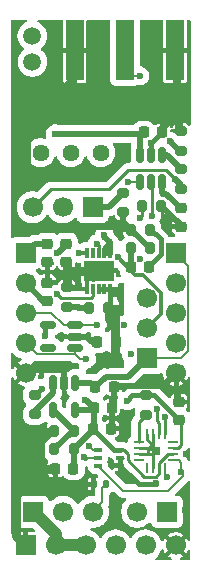
<source format=gtl>
G04 #@! TF.GenerationSoftware,KiCad,Pcbnew,9.0.6*
G04 #@! TF.CreationDate,2026-01-09T20:09:44+00:00*
G04 #@! TF.ProjectId,ExtendedRangeSupply,45787465-6e64-4656-9452-616e67655375,rev?*
G04 #@! TF.SameCoordinates,Original*
G04 #@! TF.FileFunction,Copper,L1,Top*
G04 #@! TF.FilePolarity,Positive*
%FSLAX46Y46*%
G04 Gerber Fmt 4.6, Leading zero omitted, Abs format (unit mm)*
G04 Created by KiCad (PCBNEW 9.0.6) date 2026-01-09 20:09:44*
%MOMM*%
%LPD*%
G01*
G04 APERTURE LIST*
G04 Aperture macros list*
%AMRoundRect*
0 Rectangle with rounded corners*
0 $1 Rounding radius*
0 $2 $3 $4 $5 $6 $7 $8 $9 X,Y pos of 4 corners*
0 Add a 4 corners polygon primitive as box body*
4,1,4,$2,$3,$4,$5,$6,$7,$8,$9,$2,$3,0*
0 Add four circle primitives for the rounded corners*
1,1,$1+$1,$2,$3*
1,1,$1+$1,$4,$5*
1,1,$1+$1,$6,$7*
1,1,$1+$1,$8,$9*
0 Add four rect primitives between the rounded corners*
20,1,$1+$1,$2,$3,$4,$5,0*
20,1,$1+$1,$4,$5,$6,$7,0*
20,1,$1+$1,$6,$7,$8,$9,0*
20,1,$1+$1,$8,$9,$2,$3,0*%
G04 Aperture macros list end*
G04 #@! TA.AperFunction,SMDPad,CuDef*
%ADD10RoundRect,0.150000X0.512500X0.150000X-0.512500X0.150000X-0.512500X-0.150000X0.512500X-0.150000X0*%
G04 #@! TD*
G04 #@! TA.AperFunction,ComponentPad*
%ADD11C,1.700000*%
G04 #@! TD*
G04 #@! TA.AperFunction,ComponentPad*
%ADD12R,1.700000X1.700000*%
G04 #@! TD*
G04 #@! TA.AperFunction,SMDPad,CuDef*
%ADD13RoundRect,0.135000X0.135000X0.185000X-0.135000X0.185000X-0.135000X-0.185000X0.135000X-0.185000X0*%
G04 #@! TD*
G04 #@! TA.AperFunction,HeatsinkPad*
%ADD14R,0.800000X0.800000*%
G04 #@! TD*
G04 #@! TA.AperFunction,HeatsinkPad*
%ADD15C,0.500000*%
G04 #@! TD*
G04 #@! TA.AperFunction,SMDPad,CuDef*
%ADD16RoundRect,0.062500X-0.062500X-0.375000X0.062500X-0.375000X0.062500X0.375000X-0.062500X0.375000X0*%
G04 #@! TD*
G04 #@! TA.AperFunction,SMDPad,CuDef*
%ADD17RoundRect,0.062500X-0.375000X-0.062500X0.375000X-0.062500X0.375000X0.062500X-0.375000X0.062500X0*%
G04 #@! TD*
G04 #@! TA.AperFunction,SMDPad,CuDef*
%ADD18R,1.500000X5.080000*%
G04 #@! TD*
G04 #@! TA.AperFunction,SMDPad,CuDef*
%ADD19RoundRect,0.200000X0.200000X0.275000X-0.200000X0.275000X-0.200000X-0.275000X0.200000X-0.275000X0*%
G04 #@! TD*
G04 #@! TA.AperFunction,SMDPad,CuDef*
%ADD20RoundRect,0.200000X0.275000X-0.200000X0.275000X0.200000X-0.275000X0.200000X-0.275000X-0.200000X0*%
G04 #@! TD*
G04 #@! TA.AperFunction,SMDPad,CuDef*
%ADD21RoundRect,0.200000X-0.200000X-0.275000X0.200000X-0.275000X0.200000X0.275000X-0.200000X0.275000X0*%
G04 #@! TD*
G04 #@! TA.AperFunction,SMDPad,CuDef*
%ADD22R,0.300000X0.850000*%
G04 #@! TD*
G04 #@! TA.AperFunction,SMDPad,CuDef*
%ADD23R,2.500000X1.750000*%
G04 #@! TD*
G04 #@! TA.AperFunction,SMDPad,CuDef*
%ADD24RoundRect,0.225000X-0.225000X-0.250000X0.225000X-0.250000X0.225000X0.250000X-0.225000X0.250000X0*%
G04 #@! TD*
G04 #@! TA.AperFunction,ComponentPad*
%ADD25C,1.500000*%
G04 #@! TD*
G04 #@! TA.AperFunction,SMDPad,CuDef*
%ADD26RoundRect,0.225000X0.250000X-0.225000X0.250000X0.225000X-0.250000X0.225000X-0.250000X-0.225000X0*%
G04 #@! TD*
G04 #@! TA.AperFunction,SMDPad,CuDef*
%ADD27RoundRect,0.225000X0.225000X0.250000X-0.225000X0.250000X-0.225000X-0.250000X0.225000X-0.250000X0*%
G04 #@! TD*
G04 #@! TA.AperFunction,SMDPad,CuDef*
%ADD28RoundRect,0.150000X-0.150000X0.512500X-0.150000X-0.512500X0.150000X-0.512500X0.150000X0.512500X0*%
G04 #@! TD*
G04 #@! TA.AperFunction,SMDPad,CuDef*
%ADD29RoundRect,0.225000X-0.250000X0.225000X-0.250000X-0.225000X0.250000X-0.225000X0.250000X0.225000X0*%
G04 #@! TD*
G04 #@! TA.AperFunction,SMDPad,CuDef*
%ADD30RoundRect,0.200000X-0.275000X0.200000X-0.275000X-0.200000X0.275000X-0.200000X0.275000X0.200000X0*%
G04 #@! TD*
G04 #@! TA.AperFunction,SMDPad,CuDef*
%ADD31RoundRect,0.100000X0.225000X0.100000X-0.225000X0.100000X-0.225000X-0.100000X0.225000X-0.100000X0*%
G04 #@! TD*
G04 #@! TA.AperFunction,ComponentPad*
%ADD32C,1.440000*%
G04 #@! TD*
G04 #@! TA.AperFunction,SMDPad,CuDef*
%ADD33RoundRect,0.218750X0.218750X0.256250X-0.218750X0.256250X-0.218750X-0.256250X0.218750X-0.256250X0*%
G04 #@! TD*
G04 #@! TA.AperFunction,ViaPad*
%ADD34C,0.600000*%
G04 #@! TD*
G04 #@! TA.AperFunction,Conductor*
%ADD35C,0.200000*%
G04 #@! TD*
G04 #@! TA.AperFunction,Conductor*
%ADD36C,0.500000*%
G04 #@! TD*
G04 #@! TA.AperFunction,Conductor*
%ADD37C,0.250000*%
G04 #@! TD*
G04 #@! TA.AperFunction,Conductor*
%ADD38C,0.400000*%
G04 #@! TD*
G04 #@! TA.AperFunction,Conductor*
%ADD39C,0.750000*%
G04 #@! TD*
G04 #@! TA.AperFunction,Conductor*
%ADD40C,0.300000*%
G04 #@! TD*
G04 #@! TA.AperFunction,Conductor*
%ADD41C,0.150000*%
G04 #@! TD*
G04 #@! TA.AperFunction,Conductor*
%ADD42C,1.000000*%
G04 #@! TD*
G04 APERTURE END LIST*
D10*
X127487500Y-94522500D03*
X127487500Y-93572500D03*
X127487500Y-92622500D03*
X125212500Y-92622500D03*
X125212500Y-94522500D03*
D11*
X129040000Y-108400000D03*
X126500000Y-108400000D03*
D12*
X123960000Y-108400000D03*
D13*
X129090000Y-106075000D03*
X130110000Y-106075000D03*
D14*
X134350000Y-103272500D03*
D15*
X134350000Y-103272500D03*
D16*
X133600000Y-101835000D03*
X134100000Y-101835000D03*
X134600000Y-101835000D03*
X135100000Y-101835000D03*
D17*
X135787500Y-102522500D03*
X135787500Y-103022500D03*
X135787500Y-103522500D03*
X135787500Y-104022500D03*
D16*
X135100000Y-104710000D03*
X134600000Y-104710000D03*
X134100000Y-104710000D03*
X133600000Y-104710000D03*
D17*
X132912500Y-104022500D03*
X132912500Y-103522500D03*
X132912500Y-103022500D03*
X132912500Y-102522500D03*
D18*
X131725000Y-69325000D03*
X127475000Y-69325000D03*
X135975000Y-69325000D03*
D12*
X123320000Y-86485000D03*
D11*
X123320000Y-89025000D03*
X123320000Y-91565000D03*
X123320000Y-94105000D03*
X123320000Y-96645000D03*
D12*
X136020000Y-86485000D03*
D11*
X136020000Y-89025000D03*
X136020000Y-91565000D03*
X136020000Y-94105000D03*
X136020000Y-96645000D03*
D12*
X123320000Y-111250000D03*
D11*
X125860000Y-111250000D03*
X128400000Y-111250000D03*
X130940000Y-111250000D03*
X133480000Y-111250000D03*
X136020000Y-111250000D03*
D19*
X130325000Y-91115446D03*
X128675000Y-91115446D03*
D20*
X136463239Y-77825000D03*
X136463239Y-76175000D03*
D21*
X133175000Y-82500000D03*
X134825000Y-82500000D03*
D22*
X130500000Y-86500000D03*
X130000000Y-86500000D03*
X129500000Y-86500000D03*
X129000000Y-86500000D03*
X128500000Y-86500000D03*
X128500000Y-89500000D03*
X129000000Y-89500000D03*
X129500000Y-89500000D03*
X130000000Y-89500000D03*
X130500000Y-89500000D03*
D23*
X129500000Y-88000000D03*
D19*
X133879080Y-84521869D03*
X132229080Y-84521869D03*
D24*
X129010000Y-101380000D03*
X130560000Y-101380000D03*
D25*
X123881597Y-68118654D03*
D26*
X136290000Y-100660000D03*
X136290000Y-99110000D03*
D27*
X130955176Y-94000000D03*
X129405176Y-94000000D03*
D20*
X124090000Y-100160000D03*
X124090000Y-98510000D03*
D26*
X125175007Y-90541678D03*
X125175007Y-88991678D03*
D28*
X127540000Y-97495000D03*
X126590000Y-97495000D03*
X125640000Y-97495000D03*
X125640000Y-99770000D03*
X127540000Y-99770000D03*
D20*
X136463512Y-81067859D03*
X136463512Y-79417859D03*
X133530000Y-100200000D03*
X133530000Y-98550000D03*
D12*
X133560000Y-95410000D03*
D11*
X133560000Y-92870000D03*
X133560000Y-90330000D03*
D29*
X126782688Y-85725000D03*
X126782688Y-87275000D03*
D28*
X134903847Y-78212500D03*
X133953847Y-78212500D03*
X133003847Y-78212500D03*
X133003847Y-80487500D03*
X133953847Y-80487500D03*
X134903847Y-80487500D03*
D29*
X136442953Y-82725000D03*
X136442953Y-84275000D03*
D24*
X133325000Y-76275000D03*
X134875000Y-76275000D03*
D12*
X135300000Y-108400000D03*
D11*
X132760000Y-108400000D03*
D30*
X131608251Y-81408321D03*
X131608251Y-83058321D03*
D31*
X131340000Y-104490000D03*
X131340000Y-103840000D03*
X131340000Y-103190000D03*
X129440000Y-103190000D03*
X129440000Y-103840000D03*
X129440000Y-104490000D03*
D21*
X132229080Y-86111869D03*
X133879080Y-86111869D03*
D32*
X124613399Y-77991232D03*
X127153399Y-77991232D03*
X129693399Y-77991232D03*
D27*
X127375000Y-104750000D03*
X125825000Y-104750000D03*
D33*
X133804080Y-87691869D03*
X132229080Y-87691869D03*
D24*
X129075000Y-99580000D03*
X130625000Y-99580000D03*
D19*
X127395000Y-101540000D03*
X125745000Y-101540000D03*
D12*
X128992150Y-82612483D03*
D11*
X126452150Y-82612483D03*
X123912150Y-82612483D03*
D25*
X123896879Y-70311183D03*
D20*
X126817505Y-91039778D03*
X126817505Y-89389778D03*
D19*
X127400000Y-103130000D03*
X125750000Y-103130000D03*
D24*
X129235000Y-97870000D03*
X130785000Y-97870000D03*
D29*
X125174942Y-85725000D03*
X125174942Y-87275000D03*
D34*
X128430000Y-84300000D03*
X129000000Y-87500000D03*
X124275000Y-106625000D03*
X127570000Y-96050000D03*
X125325000Y-106650000D03*
X123589000Y-79435000D03*
X128511250Y-93583750D03*
X133000000Y-87000000D03*
X136910000Y-103530000D03*
X136856526Y-108286783D03*
X136846340Y-106830116D03*
X133953847Y-77196153D03*
X134400000Y-106000000D03*
X123500000Y-76500000D03*
X135000000Y-84000000D03*
X127160000Y-79490000D03*
X129000000Y-88500000D03*
X136825967Y-109661958D03*
X125000000Y-93490000D03*
X131910000Y-98990000D03*
X125831000Y-76410000D03*
X124700000Y-97975000D03*
X130000000Y-85000000D03*
X128325000Y-98950000D03*
X135000000Y-81500000D03*
X132259998Y-95050000D03*
X134000000Y-83321139D03*
X128475000Y-95500000D03*
X134425707Y-99674293D03*
X132000000Y-80500000D03*
X131675000Y-92559394D03*
X129370656Y-92559394D03*
X135100000Y-100350000D03*
X131113389Y-86859576D03*
X129398746Y-85700000D03*
X136520000Y-105010000D03*
X133000000Y-71500000D03*
X126018642Y-89990532D03*
X126000000Y-86500000D03*
X130250000Y-95900000D03*
X130913980Y-89924651D03*
X128684975Y-102834975D03*
X129125000Y-96350000D03*
X135275000Y-105475000D03*
X128275070Y-103780470D03*
X127750475Y-91062465D03*
X127827692Y-86503449D03*
X135960978Y-80256441D03*
X135531202Y-77047976D03*
X133000000Y-83500000D03*
D35*
X129810000Y-106375000D02*
X130110000Y-106075000D01*
X129810000Y-107590000D02*
X129810000Y-106375000D01*
X129000000Y-108400000D02*
X129810000Y-107590000D01*
D36*
X128431197Y-84298803D02*
X132078803Y-84298803D01*
D37*
X133600000Y-102290000D02*
X134100000Y-102790000D01*
D38*
X136020000Y-98840000D02*
X136290000Y-99110000D01*
D36*
X136442953Y-84117953D02*
X134825000Y-82500000D01*
X136250000Y-74600000D02*
X136250000Y-72875000D01*
D39*
X126817505Y-89389778D02*
X126889778Y-89317505D01*
D36*
X131608251Y-83058321D02*
X131608251Y-83901040D01*
X133819080Y-86111869D02*
X132229080Y-84521869D01*
X125325000Y-106650000D02*
X126350000Y-106650000D01*
D40*
X128500000Y-89500000D02*
X126927727Y-89500000D01*
D37*
X134100000Y-102790000D02*
X134100000Y-102840000D01*
D36*
X128927500Y-94000000D02*
X128511250Y-93583750D01*
X129500000Y-88000000D02*
X128937826Y-88562174D01*
D38*
X136020000Y-96645000D02*
X136020000Y-98840000D01*
D36*
X136442953Y-84275000D02*
X136442953Y-84117953D01*
D39*
X122534000Y-106964000D02*
X124748000Y-104750000D01*
D36*
X129405176Y-94000000D02*
X128927500Y-94000000D01*
X128500000Y-93572500D02*
X127487500Y-93572500D01*
X123492399Y-75561601D02*
X123609000Y-75445000D01*
D39*
X126817505Y-87309817D02*
X126782688Y-87275000D01*
X127125000Y-88000000D02*
X126817505Y-88307495D01*
D36*
X123589000Y-79490000D02*
X123589000Y-79435000D01*
D38*
X132930000Y-106080000D02*
X131340000Y-104490000D01*
D36*
X134916000Y-97749000D02*
X136020000Y-96645000D01*
D37*
X134100000Y-103522500D02*
X134100000Y-104710000D01*
D36*
X127450000Y-69300000D02*
X127475000Y-69325000D01*
D37*
X132912500Y-103522500D02*
X134100000Y-103522500D01*
X134100000Y-102840000D02*
X134100000Y-103022500D01*
D39*
X122534000Y-110464000D02*
X122534000Y-106964000D01*
D36*
X126590000Y-96501112D02*
X126590000Y-97495000D01*
D40*
X126927727Y-89500000D02*
X126817505Y-89389778D01*
D37*
X134100000Y-101835000D02*
X134100000Y-102840000D01*
D38*
X133953847Y-78212500D02*
X133953847Y-77196153D01*
D37*
X131549516Y-103840000D02*
X131340000Y-103840000D01*
D36*
X131608251Y-83901040D02*
X132229080Y-84521869D01*
D39*
X124748000Y-104750000D02*
X125825000Y-104750000D01*
D38*
X134875000Y-76275000D02*
X134875000Y-75975000D01*
X134400000Y-106000000D02*
X134320000Y-106080000D01*
D36*
X125745000Y-101540000D02*
X124748000Y-102537000D01*
X135975000Y-71615000D02*
X135975000Y-69325000D01*
D38*
X134875000Y-75975000D02*
X136250000Y-74600000D01*
D37*
X132912500Y-103022500D02*
X134100000Y-103022500D01*
D36*
X132078803Y-84298803D02*
X132210000Y-84430000D01*
X128430000Y-84300000D02*
X128431197Y-84298803D01*
X123492399Y-79338399D02*
X123492399Y-75561601D01*
D38*
X127041112Y-96050000D02*
X126590000Y-96501112D01*
D37*
X133600000Y-101835000D02*
X133600000Y-102290000D01*
D38*
X133953847Y-78212500D02*
X133978847Y-78237500D01*
D36*
X136250000Y-74600000D02*
X136250000Y-75961761D01*
X130785000Y-97870000D02*
X130906000Y-97749000D01*
D39*
X128939500Y-88439500D02*
X129000000Y-88500000D01*
D36*
X136250000Y-71890000D02*
X135975000Y-71615000D01*
D35*
X128630000Y-87562499D02*
X128881001Y-87813500D01*
D37*
X134100000Y-103022500D02*
X134350000Y-103272500D01*
D36*
X123589000Y-79490000D02*
X127160000Y-79490000D01*
D39*
X128621703Y-88439500D02*
X128939500Y-88439500D01*
D37*
X128965000Y-105950000D02*
X127050000Y-105950000D01*
D36*
X124748000Y-102537000D02*
X124748000Y-104750000D01*
X129000000Y-88500000D02*
X129500000Y-88000000D01*
X128511250Y-93583750D02*
X128500000Y-93572500D01*
D38*
X131340000Y-103840000D02*
X131340000Y-104490000D01*
D36*
X136250000Y-72875000D02*
X136250000Y-71890000D01*
X130785000Y-99420000D02*
X130625000Y-99580000D01*
X136442953Y-84275000D02*
X136424344Y-84293609D01*
X123589000Y-79435000D02*
X123492399Y-79338399D01*
X130625000Y-99580000D02*
X130625000Y-101315000D01*
D38*
X136250000Y-75961761D02*
X136463239Y-76175000D01*
D36*
X123609000Y-75445000D02*
X127475000Y-71579000D01*
X133879080Y-86111869D02*
X133819080Y-86111869D01*
D39*
X127125000Y-88000000D02*
X128182203Y-88000000D01*
D40*
X128500000Y-89500000D02*
X128500000Y-88750000D01*
D36*
X128937826Y-88562174D02*
X128899653Y-88524000D01*
X130906000Y-97749000D02*
X134916000Y-97749000D01*
D38*
X133953847Y-77196153D02*
X134875000Y-76275000D01*
D36*
X126520388Y-96431500D02*
X126590000Y-96501112D01*
D37*
X134100000Y-103522500D02*
X134350000Y-103272500D01*
X129090000Y-106075000D02*
X128965000Y-105950000D01*
X127050000Y-105950000D02*
X126350000Y-106650000D01*
D36*
X123320000Y-96645000D02*
X123533500Y-96431500D01*
D38*
X127570000Y-96050000D02*
X127041112Y-96050000D01*
D39*
X123320000Y-111250000D02*
X122534000Y-110464000D01*
X126817505Y-89389778D02*
X126817505Y-87309817D01*
D38*
X134320000Y-106080000D02*
X132930000Y-106080000D01*
D36*
X123533500Y-96431500D02*
X126520388Y-96431500D01*
X130785000Y-97870000D02*
X130785000Y-99420000D01*
D39*
X126817505Y-88307495D02*
X126817505Y-89389778D01*
D36*
X130625000Y-101315000D02*
X130560000Y-101380000D01*
D38*
X127475000Y-71579000D02*
X127475000Y-69325000D01*
D36*
X136125000Y-111145000D02*
X136020000Y-111250000D01*
D38*
X131380000Y-104490000D02*
X131340000Y-104490000D01*
D36*
X125831000Y-76410000D02*
X131620000Y-76410000D01*
D38*
X125000000Y-93490000D02*
X125000000Y-92835000D01*
D36*
X133330000Y-76390000D02*
X133325000Y-76385000D01*
X133325000Y-76385000D02*
X133325000Y-76275000D01*
D38*
X133530000Y-98550000D02*
X132350000Y-98550000D01*
X124625000Y-97975000D02*
X124090000Y-98510000D01*
D37*
X135787500Y-103022500D02*
X136205444Y-103022500D01*
D38*
X125000000Y-92835000D02*
X125212500Y-92622500D01*
X124700000Y-97975000D02*
X124625000Y-97975000D01*
X136290000Y-100619346D02*
X136290000Y-100660000D01*
D36*
X133003847Y-76596153D02*
X133325000Y-76275000D01*
D37*
X136501000Y-100871000D02*
X136290000Y-100660000D01*
D36*
X131620000Y-76410000D02*
X133190000Y-76410000D01*
D38*
X132350000Y-98550000D02*
X131910000Y-98990000D01*
D37*
X136205444Y-103022500D02*
X136501000Y-102726944D01*
D36*
X133190000Y-76410000D02*
X133325000Y-76275000D01*
D37*
X136501000Y-102726944D02*
X136501000Y-100871000D01*
D36*
X133215000Y-76275000D02*
X133325000Y-76275000D01*
X133003847Y-78212500D02*
X133003847Y-76596153D01*
X123320000Y-89025000D02*
X124836678Y-90541678D01*
D38*
X133530000Y-98550000D02*
X134220654Y-98550000D01*
D36*
X124836678Y-90541678D02*
X125008312Y-90541678D01*
D38*
X134220654Y-98550000D02*
X136290000Y-100619346D01*
D41*
X136465000Y-95410000D02*
X137096000Y-94779000D01*
D39*
X135770000Y-86235000D02*
X136020000Y-86485000D01*
D36*
X130500000Y-85630000D02*
X130500000Y-86500000D01*
X130000000Y-85000000D02*
X130000000Y-85130000D01*
X130000000Y-85130000D02*
X130435000Y-85565000D01*
D41*
X133560000Y-95410000D02*
X136465000Y-95410000D01*
D36*
X124080000Y-85725000D02*
X124825274Y-85725000D01*
D38*
X130500000Y-86500000D02*
X130051000Y-86500000D01*
D36*
X128860000Y-97495000D02*
X129235000Y-97870000D01*
X131976000Y-96994000D02*
X133560000Y-95410000D01*
X124825274Y-85725000D02*
X125000108Y-85899834D01*
D38*
X130051000Y-85949000D02*
X130051000Y-86500000D01*
D41*
X137096000Y-87561000D02*
X136020000Y-86485000D01*
X137096000Y-94779000D02*
X137096000Y-87561000D01*
D36*
X123320000Y-86485000D02*
X124080000Y-85725000D01*
D38*
X130435000Y-85565000D02*
X130051000Y-85949000D01*
D36*
X129235000Y-97870000D02*
X130111000Y-96994000D01*
X127540000Y-97495000D02*
X128860000Y-97495000D01*
X130111000Y-96994000D02*
X131976000Y-96994000D01*
X130435000Y-85565000D02*
X130500000Y-85630000D01*
X127400000Y-103130000D02*
X127400000Y-104725000D01*
D37*
X134323999Y-105423500D02*
X133348884Y-105423500D01*
X134600000Y-105147499D02*
X134323999Y-105423500D01*
X134600000Y-104710000D02*
X134600000Y-105147499D01*
D38*
X130820000Y-103190000D02*
X129010000Y-101380000D01*
D36*
X129010000Y-101380000D02*
X129030000Y-101380000D01*
D37*
X135787500Y-103522500D02*
X135369556Y-103522500D01*
X133348884Y-105423500D02*
X131950516Y-104025132D01*
D36*
X128325000Y-98950000D02*
X128445000Y-98950000D01*
X135000000Y-81500000D02*
X134903847Y-81403847D01*
X129010000Y-101380000D02*
X129010000Y-101520000D01*
X129075000Y-101315000D02*
X129010000Y-101380000D01*
X135217953Y-81500000D02*
X135000000Y-81500000D01*
X128240000Y-99770000D02*
X128885000Y-99770000D01*
X129075000Y-99580000D02*
X129075000Y-101315000D01*
D37*
X131950516Y-103475517D02*
X131664999Y-103190000D01*
D36*
X127540000Y-99770000D02*
X128240000Y-99770000D01*
X136442953Y-82725000D02*
X135217953Y-81500000D01*
X129010000Y-101520000D02*
X127400000Y-103130000D01*
D38*
X131340000Y-103190000D02*
X130820000Y-103190000D01*
D37*
X131664999Y-103190000D02*
X131340000Y-103190000D01*
D36*
X134903847Y-81403847D02*
X134903847Y-80487500D01*
D37*
X131950516Y-104025132D02*
X131950516Y-103475517D01*
X135369556Y-103522500D02*
X134600000Y-104292056D01*
X134600000Y-104292056D02*
X134600000Y-104710000D01*
D36*
X128445000Y-98950000D02*
X129075000Y-99580000D01*
X128885000Y-99770000D02*
X129075000Y-99580000D01*
X123320000Y-94520000D02*
X123320000Y-94105000D01*
D35*
X124288500Y-95073500D02*
X123320000Y-94105000D01*
D37*
X134000000Y-83321139D02*
X134000000Y-80637500D01*
D35*
X127487500Y-94522500D02*
X127487500Y-95073500D01*
D37*
X134600000Y-100910000D02*
X134600000Y-101835000D01*
X134425707Y-100735707D02*
X134600000Y-100910000D01*
D35*
X128475000Y-95500000D02*
X127914000Y-95500000D01*
X127487500Y-95073500D02*
X124288500Y-95073500D01*
X127914000Y-95500000D02*
X127487500Y-95073500D01*
D37*
X134000000Y-80637500D02*
X134125000Y-80512500D01*
X134425707Y-99674293D02*
X134425707Y-100735707D01*
D36*
X133560000Y-90874182D02*
X133560000Y-90330000D01*
D35*
X129307550Y-92622500D02*
X129370656Y-92559394D01*
X132991347Y-80500000D02*
X133003847Y-80487500D01*
X132000000Y-80500000D02*
X132991347Y-80500000D01*
D37*
X133003847Y-80683653D02*
X133175000Y-80512500D01*
D35*
X125506521Y-91558855D02*
X125500376Y-91565000D01*
X127487500Y-92622500D02*
X129307550Y-92622500D01*
X127487500Y-92622500D02*
X126570166Y-92622500D01*
X126570166Y-92622500D02*
X125506521Y-91558855D01*
X125500376Y-91565000D02*
X123320000Y-91565000D01*
D37*
X135100000Y-101835000D02*
X135100000Y-100350000D01*
D38*
X134777753Y-86607247D02*
X133804080Y-87580920D01*
X133860000Y-84430000D02*
X134777753Y-85347753D01*
X133804080Y-87580920D02*
X133804080Y-87691869D01*
X134777753Y-85347753D02*
X134777753Y-86607247D01*
D35*
X132229080Y-87691869D02*
X132406130Y-87691869D01*
D36*
X132229080Y-86111869D02*
X132229080Y-87691869D01*
D40*
X134775897Y-91654103D02*
X133560000Y-92870000D01*
D38*
X132387050Y-87600000D02*
X132295181Y-87691869D01*
D40*
X134775897Y-89870970D02*
X134775897Y-91654103D01*
X131113389Y-86859576D02*
X132610288Y-88356475D01*
D35*
X132015580Y-87905369D02*
X132229080Y-87691869D01*
D40*
X132610288Y-88356475D02*
X133261402Y-88356475D01*
X133261402Y-88356475D02*
X134775897Y-89870970D01*
D37*
X129500000Y-86500000D02*
X129500000Y-85801254D01*
D38*
X132295181Y-87691869D02*
X132229080Y-87691869D01*
D37*
X129500000Y-85801254D02*
X129398746Y-85700000D01*
D41*
X136650000Y-105400000D02*
X136650000Y-105140000D01*
X136302500Y-104022500D02*
X136300000Y-104025000D01*
X133000000Y-71500000D02*
X132425000Y-71500000D01*
X136650000Y-105140000D02*
X136520000Y-105010000D01*
X131600000Y-106650000D02*
X135400000Y-106650000D01*
X131725000Y-70800000D02*
X131725000Y-69325000D01*
X135787500Y-104022500D02*
X136302500Y-104022500D01*
X136520000Y-104245000D02*
X136520000Y-105010000D01*
X136300000Y-104025000D02*
X136520000Y-104245000D01*
X129440000Y-104490000D02*
X131600000Y-106650000D01*
X135400000Y-106650000D02*
X136650000Y-105400000D01*
X132425000Y-71500000D02*
X131725000Y-70800000D01*
D37*
X129000000Y-89500000D02*
X129000000Y-90175000D01*
X129000000Y-90175000D02*
X128882811Y-90292189D01*
X128882811Y-90292189D02*
X126320299Y-90292189D01*
D36*
X126782688Y-85812890D02*
X126782688Y-85732000D01*
X126095578Y-86500000D02*
X126782688Y-85812890D01*
X126000000Y-86500000D02*
X126095578Y-86500000D01*
D37*
X126320299Y-90292189D02*
X126018642Y-89990532D01*
D36*
X135258153Y-78212500D02*
X136463512Y-79417859D01*
X134903847Y-78212500D02*
X135258153Y-78212500D01*
X130404089Y-82612483D02*
X131608251Y-81408321D01*
X128992150Y-82612483D02*
X130404089Y-82612483D01*
D39*
X130849000Y-91639446D02*
X130325000Y-91115446D01*
D36*
X130250000Y-95900000D02*
X129900000Y-95900000D01*
D35*
X135100000Y-104710000D02*
X135100000Y-105300000D01*
D39*
X130849000Y-95349000D02*
X130849000Y-95000000D01*
X131000000Y-94044824D02*
X130955176Y-94000000D01*
D38*
X130500000Y-89500000D02*
X129551000Y-89500000D01*
X131213053Y-89501025D02*
X131212028Y-89500000D01*
X130913980Y-89924651D02*
X131213053Y-89625578D01*
X131213053Y-89625578D02*
X131213053Y-89501025D01*
D41*
X129440000Y-103190000D02*
X129040000Y-103190000D01*
D38*
X130500000Y-89500000D02*
X130500000Y-89510671D01*
D39*
X130849000Y-95000000D02*
X130849000Y-91639446D01*
D38*
X130500000Y-89510671D02*
X130913980Y-89924651D01*
D36*
X130240000Y-95890000D02*
X130250000Y-95900000D01*
D38*
X131212028Y-89500000D02*
X130500000Y-89500000D01*
X130500000Y-90743507D02*
X130128061Y-91115446D01*
D35*
X135100000Y-105300000D02*
X135275000Y-105475000D01*
D39*
X130849000Y-95301000D02*
X130250000Y-95900000D01*
D38*
X130500000Y-89500000D02*
X130500000Y-90743507D01*
D36*
X129575000Y-95900000D02*
X129125000Y-96350000D01*
X130250000Y-95900000D02*
X129575000Y-95900000D01*
D39*
X130849000Y-95000000D02*
X130849000Y-95301000D01*
D41*
X129040000Y-103190000D02*
X128684975Y-102834975D01*
D37*
X133530000Y-100200000D02*
X132912500Y-100817500D01*
X132912500Y-100817500D02*
X132912500Y-102522500D01*
D36*
X127340000Y-101540000D02*
X125750000Y-103130000D01*
X125640000Y-99770000D02*
X125640000Y-99785000D01*
X127395000Y-101540000D02*
X127395000Y-101525000D01*
X127395000Y-101525000D02*
X125640000Y-99770000D01*
X127395000Y-101540000D02*
X127340000Y-101540000D01*
X125640000Y-98324112D02*
X124090000Y-99874112D01*
X124090000Y-99874112D02*
X124090000Y-100160000D01*
X125640000Y-97495000D02*
X125640000Y-98324112D01*
D41*
X129440000Y-103840000D02*
X128334600Y-103840000D01*
D38*
X128275070Y-103780470D02*
X128345600Y-103851000D01*
D41*
X128334600Y-103840000D02*
X128275070Y-103780470D01*
D40*
X128500000Y-86500000D02*
X127831141Y-86500000D01*
D36*
X128478061Y-91115446D02*
X127731702Y-91115446D01*
X126817505Y-91039778D02*
X127617120Y-91039778D01*
D37*
X127731702Y-91115446D02*
X127712245Y-91134903D01*
X127831141Y-86500000D02*
X127827692Y-86503449D01*
X123912150Y-82612483D02*
X125434562Y-81090071D01*
D36*
X136463512Y-81067859D02*
X136463512Y-80758975D01*
X136463512Y-80758975D02*
X135960978Y-80256441D01*
D37*
X135204537Y-79500000D02*
X135960978Y-80256441D01*
D36*
X136308226Y-77825000D02*
X135531202Y-77047976D01*
X136463239Y-77825000D02*
X136308226Y-77825000D01*
D37*
X132000000Y-79500000D02*
X130409929Y-81090071D01*
X132000000Y-79500000D02*
X135204537Y-79500000D01*
X125434562Y-81090071D02*
X130409929Y-81090071D01*
X133175000Y-82500000D02*
X133175000Y-83325000D01*
X133175000Y-83325000D02*
X133000000Y-83500000D01*
D42*
X125860000Y-110290000D02*
X123910000Y-108340000D01*
X125860000Y-111250000D02*
X128400000Y-111250000D01*
X125860000Y-111250000D02*
X125860000Y-110290000D01*
G04 #@! TA.AperFunction,Conductor*
G36*
X135554075Y-111442993D02*
G01*
X135619901Y-111557007D01*
X135712993Y-111650099D01*
X135827007Y-111715925D01*
X135834822Y-111718019D01*
X135396307Y-112156534D01*
X135443478Y-112190805D01*
X135597749Y-112269411D01*
X135601431Y-112270936D01*
X135655837Y-112314773D01*
X135677907Y-112381066D01*
X135660632Y-112448766D01*
X135609498Y-112496380D01*
X135553986Y-112509500D01*
X134425689Y-112509500D01*
X134358650Y-112489815D01*
X134312895Y-112437011D01*
X134302951Y-112367853D01*
X134331976Y-112304297D01*
X134352804Y-112285181D01*
X134359792Y-112280104D01*
X134510104Y-112129792D01*
X134510106Y-112129788D01*
X134510109Y-112129786D01*
X134635048Y-111957820D01*
X134635047Y-111957820D01*
X134635051Y-111957816D01*
X134731557Y-111768412D01*
X134763765Y-111669284D01*
X134803201Y-111611611D01*
X134867559Y-111584412D01*
X134936406Y-111596326D01*
X134987882Y-111643570D01*
X134999625Y-111669282D01*
X135000591Y-111672256D01*
X135079195Y-111826523D01*
X135079196Y-111826525D01*
X135113463Y-111873691D01*
X135113464Y-111873691D01*
X135551980Y-111435176D01*
X135554075Y-111442993D01*
G37*
G04 #@! TD.AperFunction*
G04 #@! TA.AperFunction,Conductor*
G36*
X136926533Y-111873692D02*
G01*
X136926534Y-111873691D01*
X136960803Y-111826525D01*
X137039410Y-111672252D01*
X137040934Y-111668573D01*
X137084769Y-111614165D01*
X137151060Y-111592093D01*
X137218762Y-111609364D01*
X137266378Y-111660496D01*
X137279500Y-111716013D01*
X137279500Y-112385500D01*
X137259815Y-112452539D01*
X137207011Y-112498294D01*
X137155500Y-112509500D01*
X136486014Y-112509500D01*
X136418975Y-112489815D01*
X136373220Y-112437011D01*
X136363276Y-112367853D01*
X136392301Y-112304297D01*
X136438569Y-112270936D01*
X136442250Y-112269411D01*
X136596525Y-112190803D01*
X136643691Y-112156534D01*
X136643692Y-112156533D01*
X136205178Y-111718019D01*
X136212993Y-111715925D01*
X136327007Y-111650099D01*
X136420099Y-111557007D01*
X136485925Y-111442993D01*
X136488019Y-111435177D01*
X136926533Y-111873692D01*
G37*
G04 #@! TD.AperFunction*
G04 #@! TA.AperFunction,Conductor*
G36*
X137198834Y-105767559D02*
G01*
X137254767Y-105809431D01*
X137279184Y-105874895D01*
X137279500Y-105883741D01*
X137279500Y-110783986D01*
X137259815Y-110851025D01*
X137207011Y-110896780D01*
X137137853Y-110906724D01*
X137074297Y-110877699D01*
X137040936Y-110831431D01*
X137039411Y-110827749D01*
X136960805Y-110673478D01*
X136926534Y-110626307D01*
X136488019Y-111064822D01*
X136485925Y-111057007D01*
X136420099Y-110942993D01*
X136327007Y-110849901D01*
X136212993Y-110784075D01*
X136205176Y-110781980D01*
X136643691Y-110343464D01*
X136643691Y-110343463D01*
X136596525Y-110309196D01*
X136596523Y-110309195D01*
X136442257Y-110230591D01*
X136277584Y-110177085D01*
X136106571Y-110150000D01*
X135933429Y-110150000D01*
X135762415Y-110177085D01*
X135597740Y-110230592D01*
X135443475Y-110309196D01*
X135396307Y-110343463D01*
X135396307Y-110343464D01*
X135834823Y-110781980D01*
X135827007Y-110784075D01*
X135712993Y-110849901D01*
X135619901Y-110942993D01*
X135554075Y-111057007D01*
X135551980Y-111064823D01*
X135113464Y-110626307D01*
X135113463Y-110626307D01*
X135079196Y-110673475D01*
X135000590Y-110827743D01*
X135000590Y-110827744D01*
X134999623Y-110830722D01*
X134998950Y-110831705D01*
X134998729Y-110832240D01*
X134998616Y-110832193D01*
X134960182Y-110888394D01*
X134895821Y-110915588D01*
X134826976Y-110903668D01*
X134775503Y-110856421D01*
X134763766Y-110830719D01*
X134731557Y-110731588D01*
X134635051Y-110542184D01*
X134510104Y-110370208D01*
X134359792Y-110219896D01*
X134359786Y-110219890D01*
X134187820Y-110094951D01*
X133998414Y-109998444D01*
X133998413Y-109998443D01*
X133998412Y-109998443D01*
X133796243Y-109932754D01*
X133796241Y-109932753D01*
X133796240Y-109932753D01*
X133634957Y-109907208D01*
X133586287Y-109899500D01*
X133373713Y-109899500D01*
X133318100Y-109908308D01*
X133260622Y-109917411D01*
X133260611Y-109917413D01*
X133163757Y-109932754D01*
X133038652Y-109973403D01*
X133038645Y-109973405D01*
X132961585Y-109998444D01*
X132772179Y-110094951D01*
X132600213Y-110219890D01*
X132449890Y-110370213D01*
X132324949Y-110542182D01*
X132320484Y-110550946D01*
X132272509Y-110601742D01*
X132204688Y-110618536D01*
X132138553Y-110595998D01*
X132099516Y-110550946D01*
X132095050Y-110542182D01*
X131970109Y-110370213D01*
X131819786Y-110219890D01*
X131647820Y-110094951D01*
X131458414Y-109998444D01*
X131458413Y-109998443D01*
X131458412Y-109998443D01*
X131256243Y-109932754D01*
X131256241Y-109932753D01*
X131256240Y-109932753D01*
X131094957Y-109907208D01*
X131046287Y-109899500D01*
X130833713Y-109899500D01*
X130785042Y-109907208D01*
X130623760Y-109932753D01*
X130421585Y-109998444D01*
X130232179Y-110094951D01*
X130060213Y-110219890D01*
X129909890Y-110370213D01*
X129784949Y-110542182D01*
X129780484Y-110550946D01*
X129732509Y-110601742D01*
X129664688Y-110618536D01*
X129598553Y-110595998D01*
X129559516Y-110550946D01*
X129555050Y-110542182D01*
X129430109Y-110370213D01*
X129279786Y-110219890D01*
X129107820Y-110094951D01*
X128918414Y-109998444D01*
X128918413Y-109998443D01*
X128918412Y-109998443D01*
X128899907Y-109992430D01*
X128842232Y-109952994D01*
X128815034Y-109888635D01*
X128826949Y-109819789D01*
X128874193Y-109768313D01*
X128938226Y-109750500D01*
X129146286Y-109750500D01*
X129146287Y-109750500D01*
X129356243Y-109717246D01*
X129558412Y-109651557D01*
X129747816Y-109555051D01*
X129834138Y-109492335D01*
X129919786Y-109430109D01*
X129919788Y-109430106D01*
X129919792Y-109430104D01*
X130070104Y-109279792D01*
X130070106Y-109279788D01*
X130070109Y-109279786D01*
X130195048Y-109107820D01*
X130195047Y-109107820D01*
X130195051Y-109107816D01*
X130291557Y-108918412D01*
X130357246Y-108716243D01*
X130390500Y-108506287D01*
X130390500Y-108293713D01*
X130357246Y-108083757D01*
X130324278Y-107982295D01*
X130323314Y-107948529D01*
X130321702Y-107914756D01*
X130322306Y-107913245D01*
X130322284Y-107912455D01*
X130334814Y-107881992D01*
X130340639Y-107871904D01*
X130369577Y-107821785D01*
X130410501Y-107669057D01*
X130410501Y-107510943D01*
X130410501Y-107503348D01*
X130410500Y-107503330D01*
X130410500Y-106966796D01*
X130430185Y-106899757D01*
X130482989Y-106854002D01*
X130498711Y-106848163D01*
X130499385Y-106847871D01*
X130499393Y-106847869D01*
X130637598Y-106766135D01*
X130682245Y-106721487D01*
X130743565Y-106688002D01*
X130813257Y-106692985D01*
X130857607Y-106721487D01*
X131139485Y-107003365D01*
X131246635Y-107110515D01*
X131312328Y-107148443D01*
X131377865Y-107186281D01*
X131524233Y-107225500D01*
X131524234Y-107225500D01*
X131725242Y-107225500D01*
X131792281Y-107245185D01*
X131838036Y-107297989D01*
X131847980Y-107367147D01*
X131818955Y-107430703D01*
X131812923Y-107437181D01*
X131729894Y-107520209D01*
X131729890Y-107520213D01*
X131604951Y-107692179D01*
X131508444Y-107881585D01*
X131442753Y-108083760D01*
X131409500Y-108293713D01*
X131409500Y-108506286D01*
X131442753Y-108716239D01*
X131508444Y-108918414D01*
X131604951Y-109107820D01*
X131729890Y-109279786D01*
X131880213Y-109430109D01*
X132052179Y-109555048D01*
X132052181Y-109555049D01*
X132052184Y-109555051D01*
X132241588Y-109651557D01*
X132443757Y-109717246D01*
X132653713Y-109750500D01*
X132653714Y-109750500D01*
X132866286Y-109750500D01*
X132866287Y-109750500D01*
X133076243Y-109717246D01*
X133278412Y-109651557D01*
X133467816Y-109555051D01*
X133639792Y-109430104D01*
X133753329Y-109316566D01*
X133814648Y-109283084D01*
X133884340Y-109288068D01*
X133940274Y-109329939D01*
X133957189Y-109360917D01*
X134006202Y-109492328D01*
X134006206Y-109492335D01*
X134092452Y-109607544D01*
X134092455Y-109607547D01*
X134207664Y-109693793D01*
X134207671Y-109693797D01*
X134342517Y-109744091D01*
X134342516Y-109744091D01*
X134349444Y-109744835D01*
X134402127Y-109750500D01*
X136197872Y-109750499D01*
X136257483Y-109744091D01*
X136392331Y-109693796D01*
X136507546Y-109607546D01*
X136593796Y-109492331D01*
X136644091Y-109357483D01*
X136650500Y-109297873D01*
X136650499Y-107502128D01*
X136644091Y-107442517D01*
X136593796Y-107307669D01*
X136593795Y-107307668D01*
X136593793Y-107307664D01*
X136507547Y-107192455D01*
X136507544Y-107192452D01*
X136392335Y-107106206D01*
X136392328Y-107106202D01*
X136257482Y-107055908D01*
X136257483Y-107055908D01*
X136197883Y-107049501D01*
X136197881Y-107049500D01*
X136197873Y-107049500D01*
X136197865Y-107049500D01*
X136113741Y-107049500D01*
X136046702Y-107029815D01*
X136000947Y-106977011D01*
X135991003Y-106907853D01*
X136020028Y-106844297D01*
X136026060Y-106837819D01*
X136409822Y-106454057D01*
X137067821Y-105796058D01*
X137129142Y-105762575D01*
X137198834Y-105767559D01*
G37*
G04 #@! TD.AperFunction*
G04 #@! TA.AperFunction,Conductor*
G36*
X122854075Y-96837993D02*
G01*
X122919901Y-96952007D01*
X123012993Y-97045099D01*
X123127007Y-97110925D01*
X123134821Y-97113019D01*
X122696307Y-97551534D01*
X122743478Y-97585805D01*
X122897742Y-97664408D01*
X123062409Y-97717912D01*
X123146764Y-97731272D01*
X123209899Y-97761201D01*
X123246831Y-97820513D01*
X123245833Y-97890375D01*
X123233484Y-97917895D01*
X123171523Y-98020391D01*
X123120913Y-98182807D01*
X123114500Y-98253386D01*
X123114500Y-98766613D01*
X123120913Y-98837192D01*
X123120913Y-98837194D01*
X123120914Y-98837196D01*
X123171522Y-98999606D01*
X123194436Y-99037511D01*
X123259530Y-99145188D01*
X123361661Y-99247319D01*
X123395146Y-99308642D01*
X123390162Y-99378334D01*
X123361661Y-99422681D01*
X123259531Y-99524810D01*
X123259530Y-99524811D01*
X123171522Y-99670393D01*
X123120913Y-99832807D01*
X123118258Y-99862029D01*
X123114500Y-99903384D01*
X123114500Y-100416616D01*
X123116423Y-100437778D01*
X123120913Y-100487192D01*
X123120913Y-100487194D01*
X123120914Y-100487196D01*
X123171522Y-100649606D01*
X123254336Y-100786597D01*
X123259530Y-100795188D01*
X123379811Y-100915469D01*
X123379813Y-100915470D01*
X123379815Y-100915472D01*
X123525394Y-101003478D01*
X123687804Y-101054086D01*
X123758384Y-101060500D01*
X123758387Y-101060500D01*
X124421613Y-101060500D01*
X124421616Y-101060500D01*
X124492196Y-101054086D01*
X124654606Y-101003478D01*
X124800185Y-100915472D01*
X124913925Y-100801731D01*
X124975246Y-100768248D01*
X125044938Y-100773232D01*
X125068986Y-100785319D01*
X125080006Y-100792452D01*
X125088135Y-100800581D01*
X125139420Y-100830910D01*
X125141523Y-100832272D01*
X125162752Y-100856934D01*
X125184946Y-100880704D01*
X125185410Y-100883257D01*
X125187104Y-100885225D01*
X125191627Y-100917437D01*
X125197450Y-100949445D01*
X125196475Y-100951953D01*
X125196821Y-100954416D01*
X125188475Y-100972533D01*
X125173912Y-101010000D01*
X125142655Y-101052351D01*
X125142653Y-101052354D01*
X125097850Y-101180395D01*
X125097850Y-101180399D01*
X125095000Y-101210793D01*
X125095000Y-101340000D01*
X125621000Y-101340000D01*
X125629685Y-101342550D01*
X125638647Y-101341262D01*
X125662687Y-101352240D01*
X125688039Y-101359685D01*
X125693966Y-101366525D01*
X125702203Y-101370287D01*
X125716492Y-101392521D01*
X125733794Y-101412489D01*
X125736081Y-101423003D01*
X125739977Y-101429065D01*
X125745000Y-101464000D01*
X125745000Y-101616000D01*
X125725315Y-101683039D01*
X125672511Y-101728794D01*
X125621000Y-101740000D01*
X125095001Y-101740000D01*
X125095001Y-101869196D01*
X125097851Y-101899606D01*
X125142653Y-102027645D01*
X125192073Y-102094606D01*
X125216044Y-102160235D01*
X125200729Y-102228406D01*
X125156454Y-102274356D01*
X125114814Y-102299528D01*
X125114810Y-102299531D01*
X124994530Y-102419811D01*
X124906522Y-102565393D01*
X124855913Y-102727807D01*
X124849500Y-102798386D01*
X124849500Y-103461613D01*
X124855913Y-103532192D01*
X124855913Y-103532194D01*
X124855914Y-103532196D01*
X124886820Y-103631379D01*
X124906522Y-103694606D01*
X124994530Y-103840188D01*
X125114811Y-103960469D01*
X125114813Y-103960470D01*
X125114815Y-103960472D01*
X125201242Y-104012719D01*
X125248429Y-104064246D01*
X125260267Y-104133105D01*
X125236359Y-104193145D01*
X125178814Y-104270016D01*
X125131083Y-104397989D01*
X125125000Y-104454571D01*
X125125000Y-104550000D01*
X125701000Y-104550000D01*
X125768039Y-104569685D01*
X125813794Y-104622489D01*
X125825000Y-104674000D01*
X125825000Y-104750000D01*
X125901000Y-104750000D01*
X125968039Y-104769685D01*
X126013794Y-104822489D01*
X126025000Y-104874000D01*
X126025000Y-105474999D01*
X126095433Y-105474999D01*
X126095439Y-105474998D01*
X126152007Y-105468918D01*
X126279981Y-105421186D01*
X126279988Y-105421182D01*
X126361136Y-105360435D01*
X126426600Y-105336017D01*
X126494873Y-105350868D01*
X126540985Y-105394604D01*
X126577029Y-105453040D01*
X126577032Y-105453044D01*
X126696955Y-105572967D01*
X126696959Y-105572970D01*
X126841294Y-105661998D01*
X126841297Y-105661999D01*
X126841303Y-105662003D01*
X127002292Y-105715349D01*
X127101655Y-105725500D01*
X127648344Y-105725499D01*
X127648351Y-105725498D01*
X127648356Y-105725498D01*
X127716760Y-105718510D01*
X127747708Y-105715349D01*
X127908697Y-105662003D01*
X128053044Y-105572968D01*
X128172968Y-105453044D01*
X128262003Y-105308697D01*
X128315349Y-105147708D01*
X128325500Y-105048345D01*
X128325499Y-104688384D01*
X128334444Y-104657920D01*
X128341745Y-104627024D01*
X128344215Y-104624639D01*
X128345183Y-104621346D01*
X128369176Y-104600555D01*
X128392025Y-104578509D01*
X128396401Y-104576965D01*
X128397987Y-104575591D01*
X128425299Y-104566770D01*
X128471796Y-104557521D01*
X128541385Y-104563750D01*
X128596562Y-104606613D01*
X128618923Y-104662955D01*
X128629954Y-104746754D01*
X128629956Y-104746762D01*
X128681600Y-104871443D01*
X128690464Y-104892841D01*
X128786718Y-105018282D01*
X128912159Y-105114536D01*
X129058238Y-105175044D01*
X129175639Y-105190500D01*
X129275257Y-105190499D01*
X129304699Y-105199144D01*
X129334684Y-105205667D01*
X129339697Y-105209420D01*
X129342295Y-105210183D01*
X129362938Y-105226818D01*
X129441586Y-105305466D01*
X129475071Y-105366789D01*
X129470087Y-105436481D01*
X129428215Y-105492414D01*
X129362751Y-105516831D01*
X129336027Y-105515851D01*
X129290001Y-105509144D01*
X129290000Y-105509146D01*
X129290000Y-106041440D01*
X129273387Y-106103440D01*
X129250423Y-106143215D01*
X129209499Y-106295943D01*
X129209499Y-106295945D01*
X129209499Y-106464046D01*
X129209500Y-106464059D01*
X129209500Y-106925500D01*
X129189815Y-106992539D01*
X129137011Y-107038294D01*
X129085500Y-107049500D01*
X128933713Y-107049500D01*
X128885042Y-107057208D01*
X128723760Y-107082753D01*
X128521585Y-107148444D01*
X128332179Y-107244951D01*
X128160213Y-107369890D01*
X128009890Y-107520213D01*
X127884949Y-107692182D01*
X127880484Y-107700946D01*
X127832509Y-107751742D01*
X127764688Y-107768536D01*
X127698553Y-107745998D01*
X127659516Y-107700946D01*
X127655050Y-107692182D01*
X127530109Y-107520213D01*
X127379786Y-107369890D01*
X127207820Y-107244951D01*
X127018414Y-107148444D01*
X127018413Y-107148443D01*
X127018412Y-107148443D01*
X126816243Y-107082754D01*
X126816241Y-107082753D01*
X126816240Y-107082753D01*
X126654957Y-107057208D01*
X126606287Y-107049500D01*
X126393713Y-107049500D01*
X126345042Y-107057208D01*
X126183760Y-107082753D01*
X125981585Y-107148444D01*
X125792179Y-107244951D01*
X125620215Y-107369889D01*
X125506673Y-107483431D01*
X125445350Y-107516915D01*
X125375658Y-107511931D01*
X125319725Y-107470059D01*
X125302810Y-107439082D01*
X125253797Y-107307671D01*
X125253793Y-107307664D01*
X125167547Y-107192455D01*
X125167544Y-107192452D01*
X125052335Y-107106206D01*
X125052328Y-107106202D01*
X124917482Y-107055908D01*
X124917483Y-107055908D01*
X124857883Y-107049501D01*
X124857881Y-107049500D01*
X124857873Y-107049500D01*
X124857864Y-107049500D01*
X123062129Y-107049500D01*
X123062123Y-107049501D01*
X123002516Y-107055908D01*
X122867671Y-107106202D01*
X122867664Y-107106206D01*
X122752455Y-107192452D01*
X122752452Y-107192455D01*
X122666206Y-107307664D01*
X122666202Y-107307671D01*
X122615908Y-107442517D01*
X122611510Y-107483431D01*
X122609501Y-107502123D01*
X122609500Y-107502135D01*
X122609500Y-109297870D01*
X122609501Y-109297876D01*
X122615908Y-109357483D01*
X122666202Y-109492328D01*
X122666206Y-109492335D01*
X122752452Y-109607544D01*
X122752455Y-109607547D01*
X122867664Y-109693793D01*
X122867671Y-109693797D01*
X123002517Y-109744091D01*
X123002516Y-109744091D01*
X123009444Y-109744835D01*
X123062127Y-109750500D01*
X123854217Y-109750499D01*
X123883663Y-109759145D01*
X123913644Y-109765667D01*
X123918657Y-109769419D01*
X123921256Y-109770183D01*
X123941898Y-109786818D01*
X124093399Y-109938319D01*
X124126884Y-109999642D01*
X124121900Y-110069334D01*
X124080028Y-110125267D01*
X124014564Y-110149684D01*
X124005718Y-110150000D01*
X123520000Y-110150000D01*
X123520000Y-110788120D01*
X123512993Y-110784075D01*
X123385826Y-110750000D01*
X123254174Y-110750000D01*
X123127007Y-110784075D01*
X123120000Y-110788120D01*
X123120000Y-110150000D01*
X122445373Y-110150000D01*
X122372459Y-110164503D01*
X122372455Y-110164505D01*
X122289760Y-110219760D01*
X122287602Y-110222990D01*
X122233989Y-110267795D01*
X122164664Y-110276502D01*
X122101637Y-110246347D01*
X122064918Y-110186904D01*
X122060500Y-110154099D01*
X122060500Y-106296539D01*
X128570001Y-106296539D01*
X128580903Y-106371374D01*
X128637336Y-106486810D01*
X128728189Y-106577663D01*
X128843625Y-106634096D01*
X128890000Y-106640852D01*
X128890000Y-106275000D01*
X128570001Y-106275000D01*
X128570001Y-106296539D01*
X122060500Y-106296539D01*
X122060500Y-105853464D01*
X128570000Y-105853464D01*
X128570000Y-105875000D01*
X128890000Y-105875000D01*
X128890000Y-105509147D01*
X128843625Y-105515903D01*
X128728189Y-105572336D01*
X128637336Y-105663189D01*
X128580903Y-105778625D01*
X128570000Y-105853464D01*
X122060500Y-105853464D01*
X122060500Y-105045439D01*
X125125001Y-105045439D01*
X125131081Y-105102007D01*
X125178813Y-105229981D01*
X125178815Y-105229984D01*
X125260670Y-105339329D01*
X125370015Y-105421184D01*
X125370016Y-105421185D01*
X125497991Y-105468917D01*
X125497994Y-105468918D01*
X125554555Y-105474999D01*
X125624999Y-105474998D01*
X125625000Y-105474998D01*
X125625000Y-104950000D01*
X125125001Y-104950000D01*
X125125001Y-105045439D01*
X122060500Y-105045439D01*
X122060500Y-97111013D01*
X122080185Y-97043974D01*
X122132989Y-96998219D01*
X122202147Y-96988275D01*
X122265703Y-97017300D01*
X122299066Y-97063573D01*
X122300589Y-97067252D01*
X122379195Y-97221523D01*
X122379196Y-97221525D01*
X122413463Y-97268691D01*
X122413464Y-97268691D01*
X122851980Y-96830176D01*
X122854075Y-96837993D01*
G37*
G04 #@! TD.AperFunction*
G04 #@! TA.AperFunction,Conductor*
G36*
X130458389Y-103790863D02*
G01*
X130488189Y-103810775D01*
X130488190Y-103810775D01*
X130488191Y-103810776D01*
X130566521Y-103843221D01*
X130615672Y-103863580D01*
X130615676Y-103863580D01*
X130615677Y-103863581D01*
X130667119Y-103873814D01*
X130729030Y-103906199D01*
X130760988Y-103957515D01*
X130815446Y-104127083D01*
X130816108Y-104153432D01*
X130820544Y-104179412D01*
X130817060Y-104191275D01*
X130817203Y-104196930D01*
X130813715Y-104202669D01*
X130808786Y-104219458D01*
X130774911Y-104288751D01*
X130774729Y-104289999D01*
X130774730Y-104290000D01*
X131140000Y-104290000D01*
X131155079Y-104274920D01*
X131159685Y-104259236D01*
X131163155Y-104256228D01*
X131164763Y-104251924D01*
X131189324Y-104233552D01*
X131212489Y-104213481D01*
X131217034Y-104212827D01*
X131220713Y-104210076D01*
X131251300Y-104207900D01*
X131281647Y-104203537D01*
X131285824Y-104205444D01*
X131290407Y-104205119D01*
X131317314Y-104219825D01*
X131345203Y-104232562D01*
X131348810Y-104237040D01*
X131351717Y-104238629D01*
X131359611Y-104250450D01*
X131372856Y-104266892D01*
X131376026Y-104272703D01*
X131396204Y-104321418D01*
X131427951Y-104368929D01*
X131431042Y-104373555D01*
X131464659Y-104423867D01*
X131464660Y-104423868D01*
X131503680Y-104462887D01*
X131537166Y-104524210D01*
X131540000Y-104550569D01*
X131540000Y-104939999D01*
X131598218Y-104939999D01*
X131666249Y-104930087D01*
X131771186Y-104878786D01*
X131772283Y-104878004D01*
X131774030Y-104877396D01*
X131780420Y-104874273D01*
X131780797Y-104875044D01*
X131838279Y-104855063D01*
X131906201Y-104871443D01*
X131932027Y-104891233D01*
X132863023Y-105822229D01*
X132863026Y-105822233D01*
X132881757Y-105840964D01*
X132903613Y-105862821D01*
X132923276Y-105898833D01*
X132937096Y-105924142D01*
X132937095Y-105924143D01*
X132937097Y-105924145D01*
X132935012Y-105953287D01*
X132932112Y-105993834D01*
X132890240Y-106049767D01*
X132890239Y-106049767D01*
X132890238Y-106049769D01*
X132855642Y-106062671D01*
X132824776Y-106074184D01*
X132815930Y-106074500D01*
X131889742Y-106074500D01*
X131822703Y-106054815D01*
X131802061Y-106038181D01*
X130903698Y-105139818D01*
X130870213Y-105078495D01*
X130875197Y-105008803D01*
X130917069Y-104952870D01*
X130982533Y-104928453D01*
X131009257Y-104929433D01*
X131081780Y-104939999D01*
X131139999Y-104939998D01*
X131140000Y-104939998D01*
X131140000Y-104690000D01*
X130774730Y-104690000D01*
X130774728Y-104690001D01*
X130775565Y-104695741D01*
X130765752Y-104764918D01*
X130720097Y-104817808D01*
X130653094Y-104837619D01*
X130586018Y-104818060D01*
X130565180Y-104801300D01*
X130301818Y-104537938D01*
X130268333Y-104476615D01*
X130265499Y-104450257D01*
X130265499Y-104350638D01*
X130257516Y-104289999D01*
X130250044Y-104233238D01*
X130241434Y-104212454D01*
X130233965Y-104142986D01*
X130241435Y-104117545D01*
X130246424Y-104105500D01*
X130250044Y-104096762D01*
X130265500Y-103979361D01*
X130265499Y-103893964D01*
X130285183Y-103826928D01*
X130337986Y-103781172D01*
X130407145Y-103771228D01*
X130458389Y-103790863D01*
G37*
G04 #@! TD.AperFunction*
G04 #@! TA.AperFunction,Conductor*
G36*
X137238363Y-103004232D02*
G01*
X137275082Y-103063675D01*
X137279500Y-103096481D01*
X137279500Y-103946716D01*
X137259815Y-104013755D01*
X137207011Y-104059510D01*
X137137853Y-104069454D01*
X137074297Y-104040429D01*
X137048113Y-104008717D01*
X137018551Y-103957515D01*
X136980515Y-103891635D01*
X136873365Y-103784485D01*
X136781391Y-103692511D01*
X136772079Y-103682085D01*
X136766311Y-103674843D01*
X136763015Y-103669134D01*
X136756865Y-103662984D01*
X136752506Y-103657511D01*
X136741855Y-103631379D01*
X136728333Y-103606614D01*
X136727103Y-103595183D01*
X136726136Y-103592808D01*
X136726587Y-103590382D01*
X136725499Y-103580263D01*
X136725499Y-103438394D01*
X136745184Y-103371356D01*
X136761813Y-103350719D01*
X136899729Y-103212804D01*
X136899733Y-103212802D01*
X136986858Y-103125677D01*
X137023919Y-103070211D01*
X137052398Y-103027590D01*
X137106010Y-102982785D01*
X137175335Y-102974078D01*
X137238363Y-103004232D01*
G37*
G04 #@! TD.AperFunction*
G04 #@! TA.AperFunction,Conductor*
G36*
X134024219Y-102525571D02*
G01*
X134088117Y-102553836D01*
X134106411Y-102573022D01*
X134135964Y-102611536D01*
X134137050Y-102612369D01*
X134137734Y-102613306D01*
X134141711Y-102617283D01*
X134141090Y-102617903D01*
X134178253Y-102668797D01*
X134182408Y-102738543D01*
X134181339Y-102742838D01*
X134164822Y-102804479D01*
X134403740Y-103043397D01*
X134408078Y-103051342D01*
X134415326Y-103056768D01*
X134424560Y-103081527D01*
X134437225Y-103104720D01*
X134436579Y-103113749D01*
X134439743Y-103122232D01*
X134434126Y-103148052D01*
X134432241Y-103174412D01*
X134426422Y-103183465D01*
X134424891Y-103190505D01*
X134418270Y-103199349D01*
X134406645Y-103187724D01*
X134369891Y-103172500D01*
X134330109Y-103172500D01*
X134293355Y-103187724D01*
X134265224Y-103215855D01*
X134250000Y-103252609D01*
X134250000Y-103292391D01*
X134265224Y-103329145D01*
X134274306Y-103338227D01*
X134234936Y-103359725D01*
X134165244Y-103354741D01*
X134120897Y-103326240D01*
X133878209Y-103083552D01*
X133871042Y-103083382D01*
X133875373Y-103102208D01*
X133871368Y-103126924D01*
X133850000Y-103206672D01*
X133850000Y-103338324D01*
X133871369Y-103418074D01*
X133870655Y-103448043D01*
X133872438Y-103477965D01*
X133869832Y-103482604D01*
X133869706Y-103487924D01*
X133852904Y-103512749D01*
X133838227Y-103538885D01*
X133833527Y-103541379D01*
X133830544Y-103545787D01*
X133802986Y-103557587D01*
X133776510Y-103571639D01*
X133771206Y-103571196D01*
X133766315Y-103573291D01*
X133736749Y-103568319D01*
X133706882Y-103565826D01*
X133700454Y-103562216D01*
X133697413Y-103561705D01*
X133676109Y-103548545D01*
X133663520Y-103538885D01*
X133650524Y-103528913D01*
X133609322Y-103472487D01*
X133603071Y-103446721D01*
X133594008Y-103377870D01*
X133569310Y-103324907D01*
X133558817Y-103255829D01*
X133569310Y-103220093D01*
X133594008Y-103167129D01*
X133603071Y-103098279D01*
X133615486Y-103070211D01*
X133625868Y-103041335D01*
X133630242Y-103036855D01*
X133631337Y-103034381D01*
X133650516Y-103016092D01*
X133676110Y-102996453D01*
X133740613Y-102971519D01*
X133750961Y-102909985D01*
X133764117Y-102888687D01*
X133779279Y-102868929D01*
X133836009Y-102731972D01*
X133849740Y-102627671D01*
X133878006Y-102563775D01*
X133936331Y-102525304D01*
X133988860Y-102520917D01*
X134024219Y-102525571D01*
G37*
G04 #@! TD.AperFunction*
G04 #@! TA.AperFunction,Conductor*
G36*
X131952915Y-97764185D02*
G01*
X131998670Y-97816989D01*
X132008614Y-97886147D01*
X131979589Y-97949703D01*
X131954767Y-97971601D01*
X131941038Y-97980774D01*
X131903454Y-98005887D01*
X131715412Y-98193929D01*
X131708481Y-98198560D01*
X131705539Y-98202798D01*
X131675186Y-98220808D01*
X131656455Y-98228567D01*
X131586985Y-98236037D01*
X131524506Y-98204763D01*
X131488852Y-98144675D01*
X131485000Y-98114007D01*
X131485000Y-98070000D01*
X130985000Y-98070000D01*
X130985000Y-98594999D01*
X131022060Y-98594999D01*
X131043555Y-98601310D01*
X131065897Y-98603006D01*
X131076432Y-98610964D01*
X131089099Y-98614684D01*
X131103769Y-98631614D01*
X131121648Y-98645120D01*
X131126208Y-98657510D01*
X131134854Y-98667488D01*
X131138042Y-98689663D01*
X131145781Y-98710689D01*
X131143693Y-98728964D01*
X131144798Y-98736646D01*
X131143111Y-98745882D01*
X131141317Y-98753956D01*
X131140263Y-98756503D01*
X131136062Y-98777621D01*
X131135755Y-98779005D01*
X131119513Y-98808444D01*
X131103933Y-98838228D01*
X131102693Y-98838934D01*
X131102004Y-98840183D01*
X131072440Y-98856159D01*
X131043216Y-98872800D01*
X131041790Y-98872723D01*
X131040537Y-98873401D01*
X131007026Y-98870858D01*
X130973447Y-98869057D01*
X130971370Y-98868304D01*
X130952010Y-98861083D01*
X130895428Y-98855000D01*
X130825000Y-98855000D01*
X130825000Y-100304999D01*
X130895433Y-100304999D01*
X130895439Y-100304998D01*
X130952007Y-100298918D01*
X131079981Y-100251186D01*
X131079984Y-100251184D01*
X131189329Y-100169329D01*
X131271184Y-100059984D01*
X131271185Y-100059983D01*
X131318917Y-99932008D01*
X131318918Y-99932005D01*
X131324999Y-99875451D01*
X131324999Y-99793857D01*
X131344683Y-99726818D01*
X131397486Y-99681062D01*
X131466645Y-99671118D01*
X131517891Y-99690754D01*
X131530821Y-99699394D01*
X131530823Y-99699394D01*
X131530827Y-99699397D01*
X131623754Y-99737888D01*
X131676503Y-99759737D01*
X131831153Y-99790499D01*
X131831156Y-99790500D01*
X131831158Y-99790500D01*
X131988844Y-99790500D01*
X131988845Y-99790499D01*
X132143497Y-99759737D01*
X132289179Y-99699394D01*
X132408999Y-99619332D01*
X132475675Y-99598455D01*
X132543055Y-99616939D01*
X132589746Y-99668918D01*
X132600922Y-99737888D01*
X132596275Y-99759324D01*
X132591690Y-99774037D01*
X132560914Y-99872804D01*
X132560411Y-99878345D01*
X132554500Y-99943386D01*
X132554500Y-100239546D01*
X132545857Y-100268977D01*
X132539339Y-100298961D01*
X132535578Y-100303984D01*
X132534815Y-100306585D01*
X132518191Y-100327217D01*
X132514897Y-100330512D01*
X132513770Y-100331639D01*
X132513767Y-100331642D01*
X132470204Y-100375205D01*
X132426641Y-100418767D01*
X132409760Y-100444030D01*
X132409761Y-100444031D01*
X132358189Y-100521212D01*
X132358185Y-100521219D01*
X132340259Y-100564499D01*
X132340259Y-100564500D01*
X132311038Y-100635045D01*
X132311035Y-100635055D01*
X132287000Y-100755889D01*
X132287000Y-101881420D01*
X132267315Y-101948459D01*
X132238489Y-101979793D01*
X132135964Y-102058464D01*
X132057352Y-102160914D01*
X132045719Y-102176074D01*
X131988991Y-102313027D01*
X131988990Y-102313029D01*
X131974500Y-102423098D01*
X131974500Y-102424064D01*
X131974417Y-102424343D01*
X131974234Y-102427150D01*
X131973605Y-102427108D01*
X131954815Y-102491103D01*
X131902011Y-102536858D01*
X131832853Y-102546802D01*
X131803048Y-102538625D01*
X131721765Y-102504957D01*
X131721760Y-102504955D01*
X131604370Y-102489501D01*
X131604367Y-102489500D01*
X131604361Y-102489500D01*
X131604354Y-102489500D01*
X131161519Y-102489500D01*
X131132078Y-102480855D01*
X131102092Y-102474332D01*
X131097076Y-102470577D01*
X131094480Y-102469815D01*
X131073838Y-102453181D01*
X130901493Y-102280836D01*
X130868008Y-102219513D01*
X130872992Y-102149821D01*
X130914864Y-102093888D01*
X130945842Y-102076973D01*
X131014979Y-102051187D01*
X131014984Y-102051184D01*
X131124329Y-101969329D01*
X131206184Y-101859984D01*
X131206185Y-101859983D01*
X131253916Y-101732010D01*
X131259999Y-101675428D01*
X131260000Y-101675427D01*
X131260000Y-101580000D01*
X130684000Y-101580000D01*
X130616961Y-101560315D01*
X130571206Y-101507511D01*
X130560000Y-101456000D01*
X130560000Y-101380000D01*
X130484000Y-101380000D01*
X130416961Y-101360315D01*
X130371206Y-101307511D01*
X130360000Y-101256000D01*
X130360000Y-101180000D01*
X130760000Y-101180000D01*
X131259999Y-101180000D01*
X131259999Y-101084566D01*
X131259998Y-101084560D01*
X131253918Y-101027992D01*
X131206186Y-100900018D01*
X131206184Y-100900015D01*
X131124329Y-100790670D01*
X131014984Y-100708815D01*
X131014983Y-100708814D01*
X130887010Y-100661083D01*
X130830428Y-100655000D01*
X130760000Y-100655000D01*
X130760000Y-101180000D01*
X130360000Y-101180000D01*
X130360000Y-100655000D01*
X130359999Y-100654999D01*
X130289567Y-100655000D01*
X130289558Y-100655001D01*
X130232992Y-100661081D01*
X130105018Y-100708813D01*
X130105012Y-100708816D01*
X130023861Y-100769565D01*
X130010271Y-100774633D01*
X129999151Y-100783945D01*
X129978192Y-100786597D01*
X129958397Y-100793981D01*
X129944223Y-100790897D01*
X129929834Y-100792719D01*
X129910769Y-100783620D01*
X129890124Y-100779129D01*
X129878707Y-100768318D01*
X129866778Y-100762625D01*
X129844119Y-100735565D01*
X129844067Y-100735481D01*
X129825500Y-100670213D01*
X129825500Y-100381874D01*
X129845185Y-100314835D01*
X129861819Y-100294193D01*
X129865102Y-100290910D01*
X129872968Y-100283044D01*
X129909015Y-100224603D01*
X129960960Y-100177880D01*
X130029923Y-100166657D01*
X130088863Y-100190434D01*
X130170015Y-100251184D01*
X130170016Y-100251185D01*
X130297991Y-100298917D01*
X130297994Y-100298918D01*
X130354555Y-100304999D01*
X130424999Y-100304998D01*
X130425000Y-100304998D01*
X130425000Y-98855000D01*
X130424999Y-98854999D01*
X130354567Y-98855000D01*
X130354558Y-98855001D01*
X130297992Y-98861081D01*
X130170018Y-98908813D01*
X130170012Y-98908816D01*
X130088861Y-98969565D01*
X130075542Y-98974532D01*
X130064685Y-98983711D01*
X130043455Y-98986499D01*
X130023397Y-98993981D01*
X130009506Y-98990959D01*
X129995410Y-98992811D01*
X129976044Y-98983680D01*
X129955124Y-98979129D01*
X129943842Y-98968496D01*
X129932213Y-98963013D01*
X129910125Y-98936718D01*
X129909427Y-98936060D01*
X129909217Y-98935725D01*
X129872968Y-98876956D01*
X129871592Y-98875580D01*
X129866883Y-98868052D01*
X129859219Y-98840724D01*
X129848602Y-98814412D01*
X129849909Y-98807526D01*
X129848017Y-98800778D01*
X129856343Y-98773647D01*
X129861638Y-98745769D01*
X129866523Y-98740479D01*
X129868517Y-98733983D01*
X129886795Y-98718530D01*
X129906911Y-98696750D01*
X129913044Y-98692968D01*
X130032968Y-98573044D01*
X130069015Y-98514603D01*
X130120960Y-98467880D01*
X130189923Y-98456657D01*
X130248863Y-98480434D01*
X130330015Y-98541184D01*
X130330016Y-98541185D01*
X130457991Y-98588917D01*
X130457994Y-98588918D01*
X130514555Y-98594999D01*
X130584999Y-98594998D01*
X130585000Y-98594998D01*
X130585000Y-97994000D01*
X130604685Y-97926961D01*
X130643091Y-97888966D01*
X130843091Y-97763466D01*
X130851158Y-97761191D01*
X130857489Y-97755706D01*
X130909000Y-97744500D01*
X131885876Y-97744500D01*
X131952915Y-97764185D01*
G37*
G04 #@! TD.AperFunction*
G04 #@! TA.AperFunction,Conductor*
G36*
X134856814Y-96641267D02*
G01*
X134906220Y-96690671D01*
X134919862Y-96730702D01*
X134947085Y-96902584D01*
X135000591Y-97067257D01*
X135079195Y-97221523D01*
X135079196Y-97221525D01*
X135113463Y-97268691D01*
X135113464Y-97268691D01*
X135551980Y-96830175D01*
X135554075Y-96837993D01*
X135619901Y-96952007D01*
X135712993Y-97045099D01*
X135827007Y-97110925D01*
X135834822Y-97113019D01*
X135396307Y-97551534D01*
X135443478Y-97585805D01*
X135597742Y-97664408D01*
X135762415Y-97717914D01*
X135933429Y-97745000D01*
X136106571Y-97745000D01*
X136277584Y-97717914D01*
X136442257Y-97664408D01*
X136596525Y-97585803D01*
X136643691Y-97551534D01*
X136643692Y-97551533D01*
X136205178Y-97113019D01*
X136212993Y-97110925D01*
X136327007Y-97045099D01*
X136420099Y-96952007D01*
X136485925Y-96837993D01*
X136488019Y-96830177D01*
X136926534Y-97268692D01*
X136926534Y-97268691D01*
X136960803Y-97221525D01*
X137039410Y-97067252D01*
X137040934Y-97063573D01*
X137084769Y-97009165D01*
X137151060Y-96987093D01*
X137218762Y-97004364D01*
X137266378Y-97055496D01*
X137279500Y-97111013D01*
X137279500Y-99849126D01*
X137259815Y-99916165D01*
X137207011Y-99961920D01*
X137137853Y-99971864D01*
X137074297Y-99942839D01*
X137067819Y-99936807D01*
X136993044Y-99862032D01*
X136993040Y-99862029D01*
X136934604Y-99825985D01*
X136887879Y-99774037D01*
X136876658Y-99705075D01*
X136900435Y-99646136D01*
X136961182Y-99564988D01*
X136961185Y-99564983D01*
X137008916Y-99437010D01*
X137014999Y-99380428D01*
X137015000Y-99380427D01*
X137015000Y-99310000D01*
X136414000Y-99310000D01*
X136346961Y-99290315D01*
X136301206Y-99237511D01*
X136290000Y-99186000D01*
X136290000Y-99110000D01*
X136214000Y-99110000D01*
X136146961Y-99090315D01*
X136101206Y-99037511D01*
X136090000Y-98986000D01*
X136090000Y-98910000D01*
X136490000Y-98910000D01*
X137014999Y-98910000D01*
X137014999Y-98839566D01*
X137014998Y-98839560D01*
X137008918Y-98782992D01*
X136961186Y-98655018D01*
X136961184Y-98655015D01*
X136879329Y-98545670D01*
X136769984Y-98463815D01*
X136769983Y-98463814D01*
X136642010Y-98416083D01*
X136585428Y-98410000D01*
X136490000Y-98410000D01*
X136490000Y-98910000D01*
X136090000Y-98910000D01*
X136090000Y-98409999D01*
X135994566Y-98410000D01*
X135994559Y-98410001D01*
X135937992Y-98416081D01*
X135810018Y-98463813D01*
X135810015Y-98463815D01*
X135700670Y-98545670D01*
X135618815Y-98655015D01*
X135618813Y-98655019D01*
X135604068Y-98694550D01*
X135562195Y-98750483D01*
X135496730Y-98774898D01*
X135428458Y-98760045D01*
X135400206Y-98738895D01*
X134667200Y-98005888D01*
X134667199Y-98005887D01*
X134552461Y-97929222D01*
X134424984Y-97876420D01*
X134424976Y-97876418D01*
X134333415Y-97858205D01*
X134271504Y-97825820D01*
X134269925Y-97824268D01*
X134240188Y-97794530D01*
X134185055Y-97761201D01*
X134094606Y-97706522D01*
X133932196Y-97655914D01*
X133932194Y-97655913D01*
X133932192Y-97655913D01*
X133882778Y-97651423D01*
X133861616Y-97649500D01*
X133198384Y-97649500D01*
X133179145Y-97651248D01*
X133127807Y-97655913D01*
X132965393Y-97706522D01*
X132819811Y-97794530D01*
X132819810Y-97794531D01*
X132801161Y-97813181D01*
X132784363Y-97822352D01*
X132770542Y-97835590D01*
X132751718Y-97840178D01*
X132739838Y-97846666D01*
X132728447Y-97845851D01*
X132713480Y-97849500D01*
X132455291Y-97849500D01*
X132388252Y-97829815D01*
X132342497Y-97777011D01*
X132332553Y-97707853D01*
X132361578Y-97644297D01*
X132386400Y-97622398D01*
X132389493Y-97620330D01*
X132405703Y-97609500D01*
X132454416Y-97576952D01*
X133234548Y-96796817D01*
X133295871Y-96763333D01*
X133322229Y-96760499D01*
X134457871Y-96760499D01*
X134457872Y-96760499D01*
X134517483Y-96754091D01*
X134652331Y-96703796D01*
X134723081Y-96650832D01*
X134788540Y-96626416D01*
X134856814Y-96641267D01*
G37*
G04 #@! TD.AperFunction*
G04 #@! TA.AperFunction,Conductor*
G36*
X124102257Y-95645280D02*
G01*
X124209443Y-95674001D01*
X124209446Y-95674001D01*
X124375153Y-95674001D01*
X124375169Y-95674000D01*
X127187403Y-95674000D01*
X127216843Y-95682644D01*
X127246830Y-95689168D01*
X127251845Y-95692922D01*
X127254442Y-95693685D01*
X127275084Y-95710319D01*
X127429139Y-95864374D01*
X127429149Y-95864385D01*
X127433479Y-95868715D01*
X127433480Y-95868716D01*
X127545284Y-95980520D01*
X127621798Y-96024695D01*
X127682215Y-96059577D01*
X127795468Y-96089922D01*
X127801582Y-96092276D01*
X127824334Y-96109681D01*
X127848794Y-96124590D01*
X127851733Y-96130640D01*
X127857076Y-96134728D01*
X127866807Y-96161672D01*
X127879323Y-96187437D01*
X127878524Y-96194114D01*
X127880810Y-96200443D01*
X127874428Y-96228374D01*
X127871028Y-96256812D01*
X127866745Y-96261998D01*
X127865247Y-96268558D01*
X127844776Y-96288606D01*
X127826543Y-96310690D01*
X127820137Y-96312737D01*
X127815330Y-96317446D01*
X127787272Y-96323243D01*
X127759991Y-96331965D01*
X127757040Y-96332000D01*
X127324298Y-96332000D01*
X127287432Y-96334901D01*
X127287426Y-96334902D01*
X127129606Y-96380754D01*
X127129603Y-96380755D01*
X126988137Y-96464417D01*
X126988133Y-96464420D01*
X126901251Y-96551302D01*
X126839927Y-96584786D01*
X126794173Y-96586094D01*
X126790000Y-96585433D01*
X126790000Y-96698450D01*
X126787449Y-96707135D01*
X126788738Y-96716097D01*
X126785076Y-96733045D01*
X126742402Y-96879926D01*
X126742401Y-96879932D01*
X126739500Y-96916798D01*
X126739500Y-98073201D01*
X126742401Y-98110067D01*
X126742402Y-98110073D01*
X126785076Y-98256955D01*
X126785044Y-98268127D01*
X126790000Y-98291550D01*
X126790000Y-98404565D01*
X126794171Y-98403905D01*
X126797971Y-98404396D01*
X126801528Y-98402964D01*
X126832350Y-98408838D01*
X126863465Y-98412859D01*
X126867490Y-98415535D01*
X126870162Y-98416045D01*
X126890079Y-98430556D01*
X126898954Y-98436458D01*
X126900103Y-98437549D01*
X126988135Y-98525581D01*
X127000532Y-98532912D01*
X127010713Y-98542580D01*
X127021486Y-98561151D01*
X127036136Y-98576843D01*
X127038668Y-98590770D01*
X127045773Y-98603017D01*
X127044795Y-98624463D01*
X127048637Y-98645585D01*
X127043237Y-98658671D01*
X127042593Y-98672814D01*
X127030176Y-98690327D01*
X127021988Y-98710173D01*
X127006736Y-98723388D01*
X127002182Y-98729812D01*
X126996840Y-98731963D01*
X126994078Y-98734356D01*
X126994298Y-98734639D01*
X126989092Y-98738676D01*
X126988455Y-98739229D01*
X126988140Y-98739414D01*
X126988129Y-98739423D01*
X126871923Y-98855629D01*
X126871917Y-98855637D01*
X126788255Y-98997103D01*
X126788254Y-98997106D01*
X126742402Y-99154926D01*
X126742401Y-99154932D01*
X126739500Y-99191798D01*
X126739500Y-99508770D01*
X126733261Y-99530015D01*
X126731682Y-99552104D01*
X126723609Y-99562887D01*
X126719815Y-99575809D01*
X126703081Y-99590308D01*
X126689810Y-99608037D01*
X126677189Y-99612744D01*
X126667011Y-99621564D01*
X126645093Y-99624715D01*
X126624346Y-99632454D01*
X126611185Y-99629591D01*
X126597853Y-99631508D01*
X126577709Y-99622308D01*
X126556073Y-99617602D01*
X126538347Y-99604333D01*
X126534297Y-99602483D01*
X126527819Y-99596451D01*
X126476819Y-99545451D01*
X126443334Y-99484128D01*
X126440500Y-99457770D01*
X126440500Y-99191813D01*
X126440499Y-99191798D01*
X126437598Y-99154932D01*
X126437597Y-99154926D01*
X126391745Y-98997106D01*
X126391744Y-98997103D01*
X126391744Y-98997102D01*
X126308081Y-98855635D01*
X126308079Y-98855633D01*
X126308076Y-98855629D01*
X126307736Y-98855289D01*
X126307554Y-98854956D01*
X126303298Y-98849469D01*
X126304183Y-98848782D01*
X126292523Y-98827429D01*
X126275838Y-98800423D01*
X126275899Y-98796984D01*
X126274251Y-98793966D01*
X126276515Y-98762306D01*
X126277079Y-98730565D01*
X126279084Y-98726371D01*
X126279235Y-98724274D01*
X126292309Y-98698726D01*
X126296157Y-98692966D01*
X126301885Y-98684394D01*
X126305084Y-98679607D01*
X126361658Y-98543025D01*
X126380655Y-98447521D01*
X126390000Y-98429656D01*
X126390000Y-98409197D01*
X126390500Y-98399029D01*
X126390500Y-98289828D01*
X126392567Y-98275300D01*
X126391971Y-98270787D01*
X126393747Y-98267010D01*
X126395424Y-98255233D01*
X126437597Y-98110073D01*
X126437598Y-98110067D01*
X126440499Y-98073201D01*
X126440500Y-98073194D01*
X126440500Y-96916806D01*
X126437598Y-96879931D01*
X126425414Y-96837993D01*
X126394924Y-96733045D01*
X126390000Y-96698450D01*
X126390000Y-96585432D01*
X126385826Y-96586094D01*
X126316532Y-96577138D01*
X126278748Y-96551301D01*
X126191870Y-96464423D01*
X126191862Y-96464417D01*
X126050396Y-96380755D01*
X126050393Y-96380754D01*
X125892573Y-96334902D01*
X125892567Y-96334901D01*
X125855701Y-96332000D01*
X125855694Y-96332000D01*
X125424306Y-96332000D01*
X125424298Y-96332000D01*
X125387432Y-96334901D01*
X125387426Y-96334902D01*
X125229606Y-96380754D01*
X125229603Y-96380755D01*
X125088137Y-96464417D01*
X125088129Y-96464423D01*
X124971923Y-96580629D01*
X124971917Y-96580637D01*
X124888255Y-96722103D01*
X124888254Y-96722106D01*
X124842402Y-96879926D01*
X124842401Y-96879932D01*
X124839500Y-96916798D01*
X124839500Y-97050500D01*
X124819815Y-97117539D01*
X124767011Y-97163294D01*
X124715500Y-97174500D01*
X124621153Y-97174500D01*
X124490186Y-97200551D01*
X124420594Y-97194324D01*
X124365417Y-97151461D01*
X124342173Y-97085571D01*
X124348064Y-97040615D01*
X124392914Y-96902584D01*
X124420000Y-96731571D01*
X124420000Y-96558428D01*
X124392914Y-96387415D01*
X124339408Y-96222742D01*
X124260805Y-96068478D01*
X124226534Y-96021307D01*
X123788019Y-96459821D01*
X123785925Y-96452007D01*
X123720099Y-96337993D01*
X123627007Y-96244901D01*
X123512993Y-96179075D01*
X123505176Y-96176980D01*
X123956968Y-95725187D01*
X123960913Y-95706410D01*
X124009963Y-95656652D01*
X124078128Y-95641312D01*
X124102257Y-95645280D01*
G37*
G04 #@! TD.AperFunction*
G04 #@! TA.AperFunction,Conductor*
G36*
X122265703Y-94956976D02*
G01*
X122284819Y-94977804D01*
X122289896Y-94984792D01*
X122440213Y-95135109D01*
X122612179Y-95260048D01*
X122612181Y-95260049D01*
X122612184Y-95260051D01*
X122801588Y-95356557D01*
X122900715Y-95388765D01*
X122958388Y-95428201D01*
X122985587Y-95492560D01*
X122973673Y-95561406D01*
X122926429Y-95612882D01*
X122900722Y-95624623D01*
X122897744Y-95625590D01*
X122897743Y-95625590D01*
X122743475Y-95704196D01*
X122696307Y-95738463D01*
X122696307Y-95738464D01*
X123134823Y-96176980D01*
X123127007Y-96179075D01*
X123012993Y-96244901D01*
X122919901Y-96337993D01*
X122854075Y-96452007D01*
X122851980Y-96459823D01*
X122413464Y-96021307D01*
X122413463Y-96021307D01*
X122379196Y-96068475D01*
X122300590Y-96222744D01*
X122299064Y-96226431D01*
X122255227Y-96280837D01*
X122188934Y-96302907D01*
X122121234Y-96285632D01*
X122073620Y-96234498D01*
X122060500Y-96178986D01*
X122060500Y-95050689D01*
X122080185Y-94983650D01*
X122132989Y-94937895D01*
X122202147Y-94927951D01*
X122265703Y-94956976D01*
G37*
G04 #@! TD.AperFunction*
G04 #@! TA.AperFunction,Conductor*
G36*
X126330139Y-93181431D02*
G01*
X126330530Y-93179973D01*
X126338379Y-93182076D01*
X126338381Y-93182077D01*
X126478747Y-93219687D01*
X126534330Y-93251776D01*
X126543798Y-93261244D01*
X126577285Y-93322564D01*
X126578594Y-93368324D01*
X126577932Y-93372499D01*
X126577933Y-93372500D01*
X126690950Y-93372500D01*
X126699635Y-93375050D01*
X126708597Y-93373762D01*
X126725545Y-93377424D01*
X126872426Y-93420097D01*
X126872429Y-93420097D01*
X126872431Y-93420098D01*
X126909306Y-93423000D01*
X126909314Y-93423000D01*
X128065686Y-93423000D01*
X128065694Y-93423000D01*
X128102569Y-93420098D01*
X128102571Y-93420097D01*
X128102573Y-93420097D01*
X128249455Y-93377424D01*
X128261261Y-93377457D01*
X128284050Y-93372500D01*
X128397065Y-93372500D01*
X128396405Y-93368328D01*
X128397108Y-93362884D01*
X128395192Y-93357743D01*
X128401537Y-93328608D01*
X128405359Y-93299034D01*
X128409202Y-93293414D01*
X128410061Y-93289474D01*
X128431213Y-93261232D01*
X128433151Y-93259294D01*
X128494481Y-93225827D01*
X128520808Y-93223000D01*
X128733614Y-93223000D01*
X128800653Y-93242685D01*
X128846408Y-93295489D01*
X128856352Y-93364647D01*
X128832881Y-93421311D01*
X128758991Y-93520015D01*
X128758990Y-93520016D01*
X128711259Y-93647989D01*
X128705176Y-93704571D01*
X128705176Y-93858367D01*
X128698937Y-93879612D01*
X128697358Y-93901701D01*
X128689285Y-93912484D01*
X128685491Y-93925406D01*
X128668757Y-93939905D01*
X128655486Y-93957634D01*
X128642865Y-93962341D01*
X128632687Y-93971161D01*
X128610769Y-93974312D01*
X128590022Y-93982051D01*
X128576861Y-93979188D01*
X128563529Y-93981105D01*
X128543385Y-93971905D01*
X128521749Y-93967199D01*
X128504023Y-93953930D01*
X128499973Y-93952080D01*
X128493495Y-93946048D01*
X128431198Y-93883751D01*
X128397713Y-93822428D01*
X128396406Y-93776670D01*
X128397066Y-93772500D01*
X128284050Y-93772500D01*
X128270770Y-93770609D01*
X128266403Y-93771238D01*
X128262427Y-93769422D01*
X128249455Y-93767576D01*
X128102573Y-93724902D01*
X128102567Y-93724901D01*
X128065701Y-93722000D01*
X128065694Y-93722000D01*
X126909306Y-93722000D01*
X126909298Y-93722000D01*
X126872432Y-93724901D01*
X126872426Y-93724902D01*
X126725545Y-93767576D01*
X126690950Y-93772500D01*
X126577934Y-93772500D01*
X126578595Y-93776674D01*
X126578103Y-93780472D01*
X126579535Y-93784026D01*
X126573660Y-93814849D01*
X126569638Y-93845967D01*
X126566962Y-93849989D01*
X126566454Y-93852660D01*
X126551937Y-93872584D01*
X126546041Y-93881452D01*
X126544893Y-93882660D01*
X126456919Y-93970635D01*
X126449589Y-93983028D01*
X126439920Y-93993212D01*
X126421349Y-94003985D01*
X126405657Y-94018636D01*
X126391729Y-94021168D01*
X126379484Y-94028273D01*
X126358037Y-94027295D01*
X126336915Y-94031137D01*
X126323827Y-94025737D01*
X126309687Y-94025093D01*
X126292174Y-94012677D01*
X126272327Y-94004488D01*
X126259111Y-93989236D01*
X126252689Y-93984683D01*
X126250537Y-93979341D01*
X126248143Y-93976578D01*
X126247861Y-93976798D01*
X126243823Y-93971592D01*
X126243271Y-93970955D01*
X126243085Y-93970640D01*
X126243076Y-93970629D01*
X126126870Y-93854423D01*
X126126862Y-93854417D01*
X125985396Y-93770755D01*
X125985393Y-93770754D01*
X125881841Y-93740669D01*
X125855403Y-93723785D01*
X125828000Y-93708513D01*
X125826189Y-93705128D01*
X125822955Y-93703063D01*
X125809843Y-93674568D01*
X125795046Y-93646903D01*
X125795025Y-93642363D01*
X125793749Y-93639590D01*
X125792833Y-93611678D01*
X125793409Y-93604486D01*
X125800500Y-93568842D01*
X125800500Y-93516097D01*
X125800897Y-93511148D01*
X125811686Y-93482967D01*
X125820185Y-93454024D01*
X125824049Y-93450675D01*
X125825879Y-93445897D01*
X125850195Y-93428020D01*
X125872989Y-93408269D01*
X125881216Y-93405213D01*
X125882172Y-93404511D01*
X125883297Y-93404440D01*
X125889890Y-93401991D01*
X125985398Y-93374244D01*
X126126865Y-93290581D01*
X126206955Y-93210490D01*
X126268276Y-93177007D01*
X126330139Y-93181431D01*
G37*
G04 #@! TD.AperFunction*
G04 #@! TA.AperFunction,Conductor*
G36*
X125458598Y-87094685D02*
G01*
X125479240Y-87111319D01*
X125489707Y-87121786D01*
X125489711Y-87121789D01*
X125620814Y-87209390D01*
X125620827Y-87209397D01*
X125686113Y-87236439D01*
X125740517Y-87280279D01*
X125762582Y-87346573D01*
X125745303Y-87414273D01*
X125694166Y-87461884D01*
X125638661Y-87475000D01*
X125374942Y-87475000D01*
X125374942Y-87974999D01*
X125470375Y-87974999D01*
X125470381Y-87974998D01*
X125526949Y-87968918D01*
X125654923Y-87921186D01*
X125654926Y-87921184D01*
X125764271Y-87839329D01*
X125846126Y-87729984D01*
X125846128Y-87729981D01*
X125862633Y-87685730D01*
X125904504Y-87629796D01*
X125969968Y-87605379D01*
X126038241Y-87620230D01*
X126087647Y-87669635D01*
X126094997Y-87685730D01*
X126111501Y-87729981D01*
X126111503Y-87729984D01*
X126193358Y-87839329D01*
X126302703Y-87921184D01*
X126302704Y-87921185D01*
X126430679Y-87968917D01*
X126430682Y-87968918D01*
X126487243Y-87974999D01*
X126582688Y-87974998D01*
X126582688Y-87475000D01*
X126361339Y-87475000D01*
X126355860Y-87473391D01*
X126350261Y-87474504D01*
X126322709Y-87463656D01*
X126294300Y-87455315D01*
X126290561Y-87451000D01*
X126285249Y-87448909D01*
X126267933Y-87424886D01*
X126248545Y-87402511D01*
X126247732Y-87396860D01*
X126244394Y-87392229D01*
X126242814Y-87362659D01*
X126238601Y-87333353D01*
X126240972Y-87328160D01*
X126240668Y-87322459D01*
X126255325Y-87296731D01*
X126267626Y-87269797D01*
X126273168Y-87265412D01*
X126275255Y-87261750D01*
X126290065Y-87252046D01*
X126303887Y-87241113D01*
X126308787Y-87238550D01*
X126379179Y-87209394D01*
X126431778Y-87174247D01*
X126437678Y-87171163D01*
X126439679Y-87170765D01*
X126447680Y-87166489D01*
X126451073Y-87165084D01*
X126515869Y-87121789D01*
X126554621Y-87095895D01*
X126589982Y-87084824D01*
X126621296Y-87075020D01*
X126623509Y-87075000D01*
X126658688Y-87075000D01*
X126725727Y-87094685D01*
X126771482Y-87147489D01*
X126782688Y-87199000D01*
X126782688Y-87275000D01*
X126858688Y-87275000D01*
X126925727Y-87294685D01*
X126971482Y-87347489D01*
X126982688Y-87399000D01*
X126982688Y-87974999D01*
X127078121Y-87974999D01*
X127078127Y-87974998D01*
X127134695Y-87968918D01*
X127262669Y-87921186D01*
X127262672Y-87921184D01*
X127372017Y-87839329D01*
X127453872Y-87729984D01*
X127453873Y-87729983D01*
X127501605Y-87602008D01*
X127501606Y-87602005D01*
X127507687Y-87545451D01*
X127507687Y-87407074D01*
X127511720Y-87393335D01*
X127510897Y-87379040D01*
X127521367Y-87360480D01*
X127527371Y-87340034D01*
X127538193Y-87330656D01*
X127545228Y-87318187D01*
X127564069Y-87308234D01*
X127580175Y-87294279D01*
X127595526Y-87291618D01*
X127607008Y-87285554D01*
X127630799Y-87285506D01*
X127642244Y-87283523D01*
X127649112Y-87284109D01*
X127748850Y-87303949D01*
X127881291Y-87303949D01*
X127886557Y-87304399D01*
X127914391Y-87315222D01*
X127943039Y-87323634D01*
X127946602Y-87327747D01*
X127951677Y-87329720D01*
X127969240Y-87353872D01*
X127988794Y-87376438D01*
X127990135Y-87382605D01*
X127992770Y-87386228D01*
X127993435Y-87397773D01*
X128000000Y-87427949D01*
X128000000Y-87800000D01*
X131017184Y-87800000D01*
X131017381Y-87799926D01*
X131040571Y-87787263D01*
X131049602Y-87787908D01*
X131058087Y-87784744D01*
X131083907Y-87790360D01*
X131110263Y-87792245D01*
X131119317Y-87798064D01*
X131126360Y-87799596D01*
X131154614Y-87820747D01*
X131255467Y-87921600D01*
X131288952Y-87982923D01*
X131291144Y-87996678D01*
X131301143Y-88094551D01*
X131301144Y-88094554D01*
X131354031Y-88254156D01*
X131410367Y-88345491D01*
X131418290Y-88358335D01*
X131418659Y-88359686D01*
X131419679Y-88360644D01*
X131427847Y-88393263D01*
X131436730Y-88425727D01*
X131436310Y-88427062D01*
X131436651Y-88428421D01*
X131425881Y-88460294D01*
X131415808Y-88492391D01*
X131414732Y-88493288D01*
X131414285Y-88494614D01*
X131388011Y-88515590D01*
X131362166Y-88537161D01*
X131360420Y-88537618D01*
X131359683Y-88538207D01*
X131353214Y-88539505D01*
X131325446Y-88546780D01*
X131319612Y-88547380D01*
X131297334Y-88547562D01*
X131224384Y-88557181D01*
X131222588Y-88557366D01*
X131222551Y-88557359D01*
X131221809Y-88557444D01*
X131207743Y-88558801D01*
X131203520Y-88559515D01*
X131195972Y-88560927D01*
X131174404Y-88563771D01*
X131174395Y-88563773D01*
X131173576Y-88563986D01*
X131173570Y-88563988D01*
X131155146Y-88568769D01*
X131118730Y-88567613D01*
X131085339Y-88566563D01*
X131085326Y-88566554D01*
X131085312Y-88566554D01*
X131056587Y-88546780D01*
X131027778Y-88526958D01*
X131027772Y-88526944D01*
X131027760Y-88526936D01*
X131013289Y-88492391D01*
X131000768Y-88462520D01*
X131000766Y-88462498D01*
X131000764Y-88462492D01*
X131000765Y-88462481D01*
X131000000Y-88448744D01*
X131000000Y-88200000D01*
X128000000Y-88200000D01*
X128000000Y-88899628D01*
X128014503Y-88972540D01*
X128014504Y-88972543D01*
X128076546Y-89065396D01*
X128073613Y-89067355D01*
X128097161Y-89110460D01*
X128100000Y-89136842D01*
X128100000Y-89350000D01*
X128225501Y-89350000D01*
X128234186Y-89352550D01*
X128243148Y-89351262D01*
X128267188Y-89362240D01*
X128292540Y-89369685D01*
X128298467Y-89376525D01*
X128306704Y-89380287D01*
X128320993Y-89402521D01*
X128338295Y-89422489D01*
X128340582Y-89433003D01*
X128344478Y-89439065D01*
X128349501Y-89474000D01*
X128349501Y-89526000D01*
X128329816Y-89593039D01*
X128277012Y-89638794D01*
X128225501Y-89650000D01*
X128083680Y-89650000D01*
X128058307Y-89663855D01*
X128031949Y-89666689D01*
X127666505Y-89666689D01*
X127599466Y-89647004D01*
X127580177Y-89624743D01*
X127578824Y-89626097D01*
X127542505Y-89589778D01*
X126941505Y-89589778D01*
X126874466Y-89570093D01*
X126828711Y-89517289D01*
X126817505Y-89465778D01*
X126817505Y-89389778D01*
X126741505Y-89389778D01*
X126674466Y-89370093D01*
X126628711Y-89317289D01*
X126617505Y-89265778D01*
X126617505Y-89189778D01*
X127017505Y-89189778D01*
X127542504Y-89189778D01*
X127542504Y-89135581D01*
X127539653Y-89105171D01*
X127494851Y-88977132D01*
X127414297Y-88867985D01*
X127305150Y-88787431D01*
X127177107Y-88742628D01*
X127146712Y-88739778D01*
X127017505Y-88739778D01*
X127017505Y-89189778D01*
X126617505Y-89189778D01*
X126617505Y-88739778D01*
X126488309Y-88739778D01*
X126457898Y-88742629D01*
X126329859Y-88787431D01*
X126220712Y-88867985D01*
X126140158Y-88977132D01*
X126094722Y-89106986D01*
X126082090Y-89124597D01*
X126073645Y-89144561D01*
X126062127Y-89152430D01*
X126054000Y-89163762D01*
X126033852Y-89171748D01*
X126015955Y-89183977D01*
X125994406Y-89187385D01*
X125989048Y-89189510D01*
X125981175Y-89189983D01*
X125979437Y-89190032D01*
X125939800Y-89190032D01*
X125933252Y-89191334D01*
X125922807Y-89191629D01*
X125921991Y-89191414D01*
X125919312Y-89191678D01*
X125299007Y-89191678D01*
X125231968Y-89171993D01*
X125186213Y-89119189D01*
X125175007Y-89067678D01*
X125175007Y-88991678D01*
X125099007Y-88991678D01*
X125031968Y-88971993D01*
X124986213Y-88919189D01*
X124975007Y-88867678D01*
X124975007Y-88791678D01*
X125375007Y-88791678D01*
X125900006Y-88791678D01*
X125900006Y-88721244D01*
X125900005Y-88721238D01*
X125893925Y-88664670D01*
X125846193Y-88536696D01*
X125846191Y-88536693D01*
X125764336Y-88427348D01*
X125654991Y-88345493D01*
X125654990Y-88345492D01*
X125527017Y-88297761D01*
X125470435Y-88291678D01*
X125375007Y-88291678D01*
X125375007Y-88791678D01*
X124975007Y-88791678D01*
X124975007Y-88291677D01*
X124879573Y-88291678D01*
X124879566Y-88291679D01*
X124822999Y-88297759D01*
X124695025Y-88345491D01*
X124695020Y-88345494D01*
X124664147Y-88368605D01*
X124598682Y-88393020D01*
X124530410Y-88378167D01*
X124481006Y-88328761D01*
X124479376Y-88325674D01*
X124475051Y-88317184D01*
X124475048Y-88317178D01*
X124350109Y-88145213D01*
X124236569Y-88031673D01*
X124220002Y-88001333D01*
X124203205Y-87970901D01*
X124203224Y-87970607D01*
X124203084Y-87970350D01*
X124205554Y-87935799D01*
X124207872Y-87901187D01*
X124208047Y-87900950D01*
X124208068Y-87900658D01*
X124228826Y-87872928D01*
X124249489Y-87845064D01*
X124249823Y-87844880D01*
X124249940Y-87844725D01*
X124280389Y-87828008D01*
X124280555Y-87827944D01*
X124412331Y-87778796D01*
X124414178Y-87777413D01*
X124424428Y-87773537D01*
X124451044Y-87771511D01*
X124477117Y-87765836D01*
X124485341Y-87768902D01*
X124494096Y-87768236D01*
X124517579Y-87780920D01*
X124542585Y-87790243D01*
X124551688Y-87799344D01*
X124555571Y-87801442D01*
X124557769Y-87805424D01*
X124567555Y-87815209D01*
X124585611Y-87839328D01*
X124694957Y-87921184D01*
X124694958Y-87921185D01*
X124822933Y-87968917D01*
X124822936Y-87968918D01*
X124879497Y-87974999D01*
X124974942Y-87974998D01*
X124974942Y-87399000D01*
X124994627Y-87331961D01*
X125047431Y-87286206D01*
X125098942Y-87275000D01*
X125174942Y-87275000D01*
X125174942Y-87199000D01*
X125177492Y-87190314D01*
X125176204Y-87181353D01*
X125187182Y-87157312D01*
X125194627Y-87131961D01*
X125201467Y-87126033D01*
X125205229Y-87117797D01*
X125227463Y-87103507D01*
X125247431Y-87086206D01*
X125257945Y-87083918D01*
X125264007Y-87080023D01*
X125298942Y-87075000D01*
X125391559Y-87075000D01*
X125458598Y-87094685D01*
G37*
G04 #@! TD.AperFunction*
G04 #@! TA.AperFunction,Conductor*
G36*
X123392268Y-66755185D02*
G01*
X123438023Y-66807989D01*
X123447967Y-66877147D01*
X123418942Y-66940703D01*
X123381524Y-66969985D01*
X123226191Y-67049130D01*
X123135338Y-67115139D01*
X123066951Y-67164826D01*
X123066949Y-67164828D01*
X123066948Y-67164828D01*
X122927771Y-67304005D01*
X122927771Y-67304006D01*
X122927769Y-67304008D01*
X122878082Y-67372395D01*
X122812073Y-67463248D01*
X122722714Y-67638624D01*
X122661887Y-67825827D01*
X122631097Y-68020231D01*
X122631097Y-68217076D01*
X122661887Y-68411480D01*
X122722714Y-68598683D01*
X122812073Y-68774059D01*
X122927769Y-68933300D01*
X123066951Y-69072482D01*
X123117278Y-69109047D01*
X123132563Y-69120152D01*
X123175228Y-69175483D01*
X123181207Y-69245096D01*
X123148601Y-69306891D01*
X123132563Y-69320787D01*
X123082239Y-69357350D01*
X123082230Y-69357357D01*
X122943053Y-69496534D01*
X122943053Y-69496535D01*
X122943051Y-69496537D01*
X122906735Y-69546522D01*
X122827355Y-69655777D01*
X122737996Y-69831153D01*
X122677169Y-70018356D01*
X122646379Y-70212760D01*
X122646379Y-70409605D01*
X122677169Y-70604009D01*
X122737996Y-70791212D01*
X122827355Y-70966588D01*
X122943051Y-71125829D01*
X123082233Y-71265011D01*
X123241474Y-71380707D01*
X123320854Y-71421153D01*
X123416849Y-71470065D01*
X123416851Y-71470065D01*
X123416854Y-71470067D01*
X123517196Y-71502670D01*
X123604052Y-71530892D01*
X123798457Y-71561683D01*
X123798462Y-71561683D01*
X123995301Y-71561683D01*
X124189705Y-71530892D01*
X124376904Y-71470067D01*
X124552284Y-71380707D01*
X124711525Y-71265011D01*
X124850707Y-71125829D01*
X124966403Y-70966588D01*
X125055763Y-70791208D01*
X125116588Y-70604009D01*
X125147379Y-70409605D01*
X125147379Y-70212760D01*
X125116588Y-70018356D01*
X125055761Y-69831153D01*
X124966402Y-69655777D01*
X124850707Y-69496537D01*
X124711525Y-69357355D01*
X124706773Y-69353902D01*
X124645912Y-69309683D01*
X124603246Y-69254353D01*
X124597268Y-69184740D01*
X124629875Y-69122945D01*
X124645904Y-69109055D01*
X124696243Y-69072482D01*
X124835425Y-68933300D01*
X124951121Y-68774059D01*
X125040481Y-68598679D01*
X125101306Y-68411480D01*
X125132097Y-68217076D01*
X125132097Y-68020231D01*
X125101306Y-67825827D01*
X125040479Y-67638624D01*
X124951120Y-67463248D01*
X124835425Y-67304008D01*
X124696243Y-67164826D01*
X124537002Y-67049130D01*
X124381669Y-66969984D01*
X124330874Y-66922011D01*
X124314079Y-66854190D01*
X124336616Y-66788055D01*
X124391331Y-66744603D01*
X124437965Y-66735500D01*
X126351000Y-66735500D01*
X126418039Y-66755185D01*
X126463794Y-66807989D01*
X126475000Y-66859500D01*
X126475000Y-69125000D01*
X128475000Y-69125000D01*
X128475000Y-66859500D01*
X128494685Y-66792461D01*
X128547489Y-66746706D01*
X128599000Y-66735500D01*
X130350500Y-66735500D01*
X130417539Y-66755185D01*
X130463294Y-66807989D01*
X130474500Y-66859500D01*
X130474500Y-71912870D01*
X130474501Y-71912876D01*
X130480908Y-71972483D01*
X130531202Y-72107328D01*
X130531206Y-72107335D01*
X130617452Y-72222544D01*
X130617455Y-72222547D01*
X130732664Y-72308793D01*
X130732671Y-72308797D01*
X130867517Y-72359091D01*
X130867516Y-72359091D01*
X130874444Y-72359835D01*
X130927127Y-72365500D01*
X132522872Y-72365499D01*
X132582483Y-72359091D01*
X132717331Y-72308796D01*
X132724608Y-72303348D01*
X132790070Y-72278930D01*
X132823111Y-72280997D01*
X132921155Y-72300500D01*
X132921158Y-72300500D01*
X133078844Y-72300500D01*
X133078845Y-72300499D01*
X133233497Y-72269737D01*
X133379179Y-72209394D01*
X133510289Y-72121789D01*
X133621789Y-72010289D01*
X133702412Y-71889628D01*
X134975000Y-71889628D01*
X134989503Y-71962540D01*
X134989505Y-71962544D01*
X135044760Y-72045239D01*
X135127455Y-72100494D01*
X135127459Y-72100496D01*
X135200371Y-72114999D01*
X135200374Y-72115000D01*
X135775000Y-72115000D01*
X136175000Y-72115000D01*
X136749626Y-72115000D01*
X136749628Y-72114999D01*
X136822540Y-72100496D01*
X136822544Y-72100494D01*
X136905239Y-72045239D01*
X136960494Y-71962544D01*
X136960496Y-71962540D01*
X136974999Y-71889628D01*
X136975000Y-71889626D01*
X136975000Y-69525000D01*
X136175000Y-69525000D01*
X136175000Y-72115000D01*
X135775000Y-72115000D01*
X135775000Y-69525000D01*
X134975000Y-69525000D01*
X134975000Y-71889628D01*
X133702412Y-71889628D01*
X133709394Y-71879179D01*
X133769737Y-71733497D01*
X133800500Y-71578842D01*
X133800500Y-71421158D01*
X133800500Y-71421155D01*
X133800499Y-71421153D01*
X133792454Y-71380707D01*
X133769737Y-71266503D01*
X133769118Y-71265008D01*
X133709397Y-71120827D01*
X133709390Y-71120814D01*
X133621789Y-70989711D01*
X133621786Y-70989707D01*
X133510292Y-70878213D01*
X133510288Y-70878210D01*
X133379185Y-70790609D01*
X133379172Y-70790602D01*
X133233501Y-70730264D01*
X133233491Y-70730261D01*
X133075307Y-70698796D01*
X133013396Y-70666411D01*
X132978822Y-70605695D01*
X132975499Y-70577187D01*
X132975499Y-66859499D01*
X132995184Y-66792461D01*
X133047988Y-66746706D01*
X133099499Y-66735500D01*
X134851000Y-66735500D01*
X134918039Y-66755185D01*
X134963794Y-66807989D01*
X134975000Y-66859500D01*
X134975000Y-69125000D01*
X136975000Y-69125000D01*
X136975000Y-66859500D01*
X136977550Y-66850814D01*
X136976262Y-66841853D01*
X136987240Y-66817812D01*
X136994685Y-66792461D01*
X137001525Y-66786533D01*
X137005287Y-66778297D01*
X137027521Y-66764007D01*
X137047489Y-66746706D01*
X137058003Y-66744418D01*
X137064065Y-66740523D01*
X137099000Y-66735500D01*
X137165425Y-66735500D01*
X137232464Y-66755185D01*
X137278219Y-66807989D01*
X137289424Y-66859566D01*
X137287858Y-69655777D01*
X137284539Y-75580643D01*
X137264817Y-75647672D01*
X137211987Y-75693397D01*
X137142823Y-75703302D01*
X137079284Y-75674241D01*
X137060767Y-75654205D01*
X137060031Y-75653207D01*
X136950884Y-75572653D01*
X136822841Y-75527850D01*
X136792446Y-75525000D01*
X136663239Y-75525000D01*
X136663239Y-76051000D01*
X136643554Y-76118039D01*
X136590750Y-76163794D01*
X136539239Y-76175000D01*
X136463239Y-76175000D01*
X136463239Y-76251000D01*
X136443554Y-76318039D01*
X136390750Y-76363794D01*
X136339239Y-76375000D01*
X136002500Y-76375000D01*
X135935461Y-76355315D01*
X135933609Y-76354102D01*
X135910386Y-76338585D01*
X135910374Y-76338578D01*
X135764703Y-76278240D01*
X135764691Y-76278237D01*
X135664482Y-76258304D01*
X135602571Y-76225919D01*
X135567997Y-76165203D01*
X135569081Y-76103919D01*
X135579407Y-76066232D01*
X135589351Y-76050122D01*
X135594684Y-76031961D01*
X135607321Y-76021010D01*
X135616107Y-76006778D01*
X135633182Y-75998601D01*
X135647488Y-75986206D01*
X135668713Y-75981588D01*
X135679125Y-75976603D01*
X135687060Y-75977597D01*
X135698999Y-75975000D01*
X136263239Y-75975000D01*
X136263239Y-75525000D01*
X136134043Y-75525000D01*
X136103632Y-75527851D01*
X135975593Y-75572653D01*
X135866446Y-75653207D01*
X135785892Y-75762354D01*
X135785890Y-75762358D01*
X135765185Y-75821531D01*
X135724463Y-75878307D01*
X135659511Y-75904054D01*
X135590949Y-75890598D01*
X135540546Y-75842210D01*
X135531962Y-75823910D01*
X135521185Y-75795016D01*
X135521184Y-75795015D01*
X135439329Y-75685670D01*
X135329984Y-75603815D01*
X135329983Y-75603814D01*
X135202010Y-75556083D01*
X135145428Y-75550000D01*
X135075000Y-75550000D01*
X135075000Y-76075000D01*
X135164976Y-76075000D01*
X135168778Y-76076116D01*
X135172643Y-76075237D01*
X135202036Y-76085882D01*
X135232015Y-76094685D01*
X135234609Y-76097678D01*
X135238337Y-76099029D01*
X135257312Y-76123880D01*
X135277770Y-76147489D01*
X135278333Y-76151409D01*
X135280740Y-76154561D01*
X135283266Y-76185718D01*
X135287714Y-76216647D01*
X135286067Y-76220252D01*
X135286388Y-76224202D01*
X135271672Y-76251773D01*
X135258689Y-76280203D01*
X135254817Y-76283353D01*
X135253489Y-76285842D01*
X135243337Y-76292695D01*
X135225437Y-76307261D01*
X135219114Y-76310792D01*
X135152023Y-76338582D01*
X135063791Y-76397536D01*
X135059461Y-76399955D01*
X135030023Y-76406653D01*
X135001213Y-76415674D01*
X134996301Y-76414326D01*
X134991333Y-76415457D01*
X134962941Y-76405174D01*
X134933833Y-76397189D01*
X134930429Y-76393399D01*
X134925639Y-76391665D01*
X134907313Y-76367664D01*
X134887143Y-76345210D01*
X134885864Y-76339575D01*
X134883236Y-76336133D01*
X134882208Y-76323462D01*
X134875000Y-76291694D01*
X134875000Y-76275000D01*
X134799000Y-76275000D01*
X134731961Y-76255315D01*
X134686206Y-76202511D01*
X134675000Y-76151000D01*
X134675000Y-75550000D01*
X134674999Y-75549999D01*
X134604567Y-75550000D01*
X134604558Y-75550001D01*
X134547992Y-75556081D01*
X134420018Y-75603813D01*
X134420012Y-75603816D01*
X134338861Y-75664565D01*
X134273397Y-75688981D01*
X134205124Y-75674129D01*
X134159014Y-75630395D01*
X134122968Y-75571956D01*
X134003044Y-75452032D01*
X134003040Y-75452029D01*
X133858705Y-75363001D01*
X133858699Y-75362998D01*
X133858697Y-75362997D01*
X133858694Y-75362996D01*
X133697709Y-75309651D01*
X133598346Y-75299500D01*
X133051662Y-75299500D01*
X133051644Y-75299501D01*
X132952292Y-75309650D01*
X132952289Y-75309651D01*
X132791305Y-75362996D01*
X132791294Y-75363001D01*
X132646959Y-75452029D01*
X132646955Y-75452032D01*
X132527031Y-75571956D01*
X132509367Y-75600596D01*
X132457420Y-75647321D01*
X132403828Y-75659500D01*
X126135604Y-75659500D01*
X126088155Y-75650062D01*
X126064497Y-75640263D01*
X126064493Y-75640262D01*
X126064488Y-75640260D01*
X125909845Y-75609500D01*
X125909842Y-75609500D01*
X125752158Y-75609500D01*
X125752155Y-75609500D01*
X125597510Y-75640261D01*
X125597498Y-75640264D01*
X125451827Y-75700602D01*
X125451814Y-75700609D01*
X125320711Y-75788210D01*
X125320707Y-75788213D01*
X125209213Y-75899707D01*
X125209210Y-75899711D01*
X125121609Y-76030814D01*
X125121602Y-76030827D01*
X125061264Y-76176498D01*
X125061261Y-76176510D01*
X125030500Y-76331153D01*
X125030500Y-76488846D01*
X125061261Y-76643493D01*
X125062950Y-76649059D01*
X125063573Y-76718926D01*
X125026324Y-76778038D01*
X124963030Y-76807629D01*
X124905978Y-76802986D01*
X124899204Y-76800785D01*
X124747403Y-76776742D01*
X124709454Y-76770732D01*
X124517344Y-76770732D01*
X124471216Y-76778038D01*
X124327596Y-76800785D01*
X124144892Y-76860148D01*
X123973717Y-76947367D01*
X123885044Y-77011792D01*
X123818297Y-77060287D01*
X123818295Y-77060289D01*
X123818294Y-77060289D01*
X123682456Y-77196127D01*
X123682456Y-77196128D01*
X123682454Y-77196130D01*
X123643631Y-77249565D01*
X123569534Y-77351550D01*
X123482315Y-77522725D01*
X123422952Y-77705429D01*
X123392899Y-77895177D01*
X123392899Y-78087286D01*
X123422952Y-78277034D01*
X123482315Y-78459738D01*
X123543833Y-78580472D01*
X123569534Y-78630913D01*
X123682454Y-78786334D01*
X123818297Y-78922177D01*
X123973718Y-79035097D01*
X124082772Y-79090663D01*
X124144892Y-79122315D01*
X124236244Y-79151996D01*
X124327598Y-79181679D01*
X124517344Y-79211732D01*
X124517345Y-79211732D01*
X124709453Y-79211732D01*
X124709454Y-79211732D01*
X124899200Y-79181679D01*
X125081908Y-79122314D01*
X125253080Y-79035097D01*
X125408501Y-78922177D01*
X125544344Y-78786334D01*
X125657264Y-78630913D01*
X125744481Y-78459741D01*
X125749833Y-78443269D01*
X125765468Y-78395151D01*
X125804905Y-78337475D01*
X125869263Y-78310276D01*
X125938110Y-78322190D01*
X125989586Y-78369434D01*
X126001330Y-78395151D01*
X126022314Y-78459736D01*
X126083833Y-78580472D01*
X126109534Y-78630913D01*
X126222454Y-78786334D01*
X126358297Y-78922177D01*
X126513718Y-79035097D01*
X126622772Y-79090663D01*
X126684892Y-79122315D01*
X126776244Y-79151996D01*
X126867598Y-79181679D01*
X127057344Y-79211732D01*
X127057345Y-79211732D01*
X127249453Y-79211732D01*
X127249454Y-79211732D01*
X127439200Y-79181679D01*
X127621908Y-79122314D01*
X127793080Y-79035097D01*
X127948501Y-78922177D01*
X128084344Y-78786334D01*
X128197264Y-78630913D01*
X128284481Y-78459741D01*
X128289833Y-78443269D01*
X128305468Y-78395151D01*
X128344905Y-78337475D01*
X128409263Y-78310276D01*
X128478110Y-78322190D01*
X128529586Y-78369434D01*
X128541330Y-78395151D01*
X128562314Y-78459736D01*
X128623833Y-78580472D01*
X128649534Y-78630913D01*
X128762454Y-78786334D01*
X128898297Y-78922177D01*
X129053718Y-79035097D01*
X129162772Y-79090663D01*
X129224892Y-79122315D01*
X129316244Y-79151996D01*
X129407598Y-79181679D01*
X129597344Y-79211732D01*
X129597345Y-79211732D01*
X129789453Y-79211732D01*
X129789454Y-79211732D01*
X129979200Y-79181679D01*
X130161908Y-79122314D01*
X130333080Y-79035097D01*
X130488501Y-78922177D01*
X130624344Y-78786334D01*
X130737264Y-78630913D01*
X130824481Y-78459741D01*
X130883846Y-78277033D01*
X130913899Y-78087287D01*
X130913899Y-77895177D01*
X130883846Y-77705431D01*
X130848753Y-77597426D01*
X130824482Y-77522725D01*
X130811784Y-77497804D01*
X130737264Y-77351551D01*
X130737262Y-77351549D01*
X130737259Y-77351542D01*
X130735878Y-77349288D01*
X130735614Y-77348314D01*
X130735052Y-77347210D01*
X130735283Y-77347091D01*
X130717634Y-77281842D01*
X130738751Y-77215240D01*
X130792524Y-77170628D01*
X130841606Y-77160500D01*
X131546082Y-77160500D01*
X132129347Y-77160500D01*
X132138032Y-77163050D01*
X132146994Y-77161762D01*
X132171034Y-77172740D01*
X132196386Y-77180185D01*
X132202313Y-77187025D01*
X132210550Y-77190787D01*
X132224839Y-77213021D01*
X132242141Y-77232989D01*
X132244428Y-77243503D01*
X132248324Y-77249565D01*
X132253347Y-77284500D01*
X132253347Y-77417670D01*
X132248423Y-77452265D01*
X132206249Y-77597426D01*
X132206248Y-77597432D01*
X132203347Y-77634298D01*
X132203347Y-78750500D01*
X132201923Y-78755346D01*
X132202960Y-78760291D01*
X132192178Y-78788537D01*
X132183662Y-78817539D01*
X132179844Y-78820846D01*
X132178043Y-78825567D01*
X132153698Y-78843502D01*
X132130858Y-78863294D01*
X132124753Y-78864827D01*
X132121791Y-78867010D01*
X132102536Y-78870407D01*
X132087248Y-78874248D01*
X132083301Y-78874500D01*
X132061607Y-78874500D01*
X131938393Y-78874500D01*
X131877971Y-78886518D01*
X131844616Y-78893152D01*
X131817550Y-78898536D01*
X131817548Y-78898537D01*
X131784207Y-78912347D01*
X131703718Y-78945685D01*
X131703714Y-78945687D01*
X131683530Y-78959174D01*
X131683523Y-78959179D01*
X131677806Y-78963000D01*
X131601267Y-79014142D01*
X131514142Y-79101267D01*
X131514139Y-79101270D01*
X131510399Y-79105009D01*
X131510393Y-79105015D01*
X130187158Y-80428252D01*
X130125835Y-80461737D01*
X130099477Y-80464571D01*
X125502303Y-80464571D01*
X125502283Y-80464570D01*
X125496169Y-80464570D01*
X125372956Y-80464570D01*
X125272159Y-80484619D01*
X125272154Y-80484619D01*
X125252115Y-80488606D01*
X125252112Y-80488607D01*
X125221703Y-80501203D01*
X125138273Y-80535760D01*
X125035829Y-80604212D01*
X125035825Y-80604215D01*
X124369987Y-81270053D01*
X124308664Y-81303538D01*
X124243992Y-81300304D01*
X124228396Y-81295237D01*
X124069389Y-81270053D01*
X124018437Y-81261983D01*
X123805863Y-81261983D01*
X123757192Y-81269691D01*
X123595910Y-81295236D01*
X123393735Y-81360927D01*
X123204329Y-81457434D01*
X123032363Y-81582373D01*
X122882040Y-81732696D01*
X122757101Y-81904662D01*
X122660594Y-82094068D01*
X122594903Y-82296243D01*
X122594229Y-82300500D01*
X122561650Y-82506196D01*
X122561650Y-82718770D01*
X122594904Y-82928726D01*
X122660565Y-83130810D01*
X122660594Y-83130897D01*
X122757101Y-83320303D01*
X122882040Y-83492269D01*
X123032363Y-83642592D01*
X123204329Y-83767531D01*
X123204331Y-83767532D01*
X123204334Y-83767534D01*
X123393738Y-83864040D01*
X123595907Y-83929729D01*
X123805863Y-83962983D01*
X123805864Y-83962983D01*
X124018436Y-83962983D01*
X124018437Y-83962983D01*
X124228393Y-83929729D01*
X124430562Y-83864040D01*
X124619966Y-83767534D01*
X124701469Y-83708319D01*
X124791936Y-83642592D01*
X124791938Y-83642589D01*
X124791942Y-83642587D01*
X124942254Y-83492275D01*
X124942256Y-83492271D01*
X124942259Y-83492269D01*
X125067198Y-83320303D01*
X125067197Y-83320303D01*
X125067201Y-83320299D01*
X125071664Y-83311537D01*
X125119638Y-83260742D01*
X125187458Y-83243946D01*
X125253594Y-83266482D01*
X125292636Y-83311539D01*
X125297101Y-83320303D01*
X125422040Y-83492269D01*
X125572363Y-83642592D01*
X125744329Y-83767531D01*
X125744331Y-83767532D01*
X125744334Y-83767534D01*
X125933738Y-83864040D01*
X126135907Y-83929729D01*
X126345863Y-83962983D01*
X126345864Y-83962983D01*
X126558436Y-83962983D01*
X126558437Y-83962983D01*
X126768393Y-83929729D01*
X126970562Y-83864040D01*
X127159966Y-83767534D01*
X127331942Y-83642587D01*
X127445479Y-83529049D01*
X127506798Y-83495567D01*
X127576490Y-83500551D01*
X127632424Y-83542422D01*
X127649339Y-83573400D01*
X127698352Y-83704811D01*
X127698356Y-83704818D01*
X127784602Y-83820027D01*
X127784605Y-83820030D01*
X127899814Y-83906276D01*
X127899821Y-83906280D01*
X128034667Y-83956574D01*
X128034666Y-83956574D01*
X128041066Y-83957262D01*
X128094277Y-83962983D01*
X129890022Y-83962982D01*
X129949633Y-83956574D01*
X130084481Y-83906279D01*
X130199696Y-83820029D01*
X130285946Y-83704814D01*
X130336241Y-83569966D01*
X130342650Y-83510356D01*
X130342650Y-83486983D01*
X130362335Y-83419944D01*
X130415139Y-83374189D01*
X130466650Y-83362983D01*
X130478009Y-83362983D01*
X130575551Y-83343579D01*
X130623002Y-83334141D01*
X130728935Y-83290261D01*
X130798405Y-83282793D01*
X130860884Y-83314068D01*
X130893430Y-83363869D01*
X130930904Y-83470966D01*
X131011458Y-83580113D01*
X131120605Y-83660667D01*
X131248648Y-83705470D01*
X131279029Y-83708319D01*
X131279057Y-83708320D01*
X131408250Y-83708320D01*
X131408251Y-83708319D01*
X131408251Y-83182321D01*
X131410801Y-83173635D01*
X131409513Y-83164674D01*
X131420491Y-83140633D01*
X131427936Y-83115282D01*
X131434776Y-83109354D01*
X131438538Y-83101118D01*
X131460772Y-83086828D01*
X131480740Y-83069527D01*
X131491254Y-83067239D01*
X131497316Y-83063344D01*
X131532251Y-83058321D01*
X131684251Y-83058321D01*
X131751290Y-83078006D01*
X131797045Y-83130810D01*
X131808251Y-83182321D01*
X131808251Y-83724986D01*
X131821689Y-83749596D01*
X131816705Y-83819288D01*
X131774833Y-83875221D01*
X131774158Y-83875723D01*
X131707288Y-83925076D01*
X131626733Y-84034223D01*
X131581930Y-84162264D01*
X131581930Y-84162268D01*
X131579080Y-84192662D01*
X131579080Y-84321869D01*
X132105080Y-84321869D01*
X132113765Y-84324419D01*
X132122727Y-84323131D01*
X132146767Y-84334109D01*
X132172119Y-84341554D01*
X132178046Y-84348394D01*
X132186283Y-84352156D01*
X132200572Y-84374390D01*
X132217874Y-84394358D01*
X132220161Y-84404872D01*
X132224057Y-84410934D01*
X132229080Y-84445869D01*
X132229080Y-84597869D01*
X132209395Y-84664908D01*
X132156591Y-84710663D01*
X132105080Y-84721869D01*
X131579081Y-84721869D01*
X131579081Y-84851065D01*
X131581931Y-84881475D01*
X131626733Y-85009514D01*
X131674610Y-85074384D01*
X131698581Y-85140013D01*
X131683266Y-85208183D01*
X131638992Y-85254133D01*
X131593897Y-85281395D01*
X131593890Y-85281400D01*
X131473610Y-85401680D01*
X131447927Y-85444165D01*
X131396398Y-85491351D01*
X131327539Y-85503189D01*
X131263210Y-85475919D01*
X131229862Y-85433337D01*
X131223374Y-85419717D01*
X131221658Y-85411087D01*
X131165084Y-85274505D01*
X131132186Y-85225270D01*
X131109485Y-85191294D01*
X131082956Y-85151589D01*
X131082952Y-85151584D01*
X130814179Y-84882811D01*
X130780694Y-84821488D01*
X130780257Y-84819393D01*
X130769737Y-84766503D01*
X130745599Y-84708230D01*
X130709397Y-84620827D01*
X130709390Y-84620814D01*
X130621789Y-84489711D01*
X130621786Y-84489707D01*
X130510292Y-84378213D01*
X130510288Y-84378210D01*
X130379185Y-84290609D01*
X130379172Y-84290602D01*
X130233501Y-84230264D01*
X130233489Y-84230261D01*
X130078845Y-84199500D01*
X130078842Y-84199500D01*
X129921158Y-84199500D01*
X129868651Y-84209944D01*
X129868643Y-84209945D01*
X129766508Y-84230261D01*
X129766498Y-84230264D01*
X129620827Y-84290602D01*
X129620814Y-84290609D01*
X129489711Y-84378210D01*
X129489707Y-84378213D01*
X129378213Y-84489707D01*
X129378210Y-84489711D01*
X129290609Y-84620814D01*
X129290602Y-84620827D01*
X129230264Y-84766498D01*
X129230261Y-84766508D01*
X129213531Y-84850614D01*
X129181145Y-84912525D01*
X129139367Y-84940983D01*
X129019569Y-84990604D01*
X129019560Y-84990609D01*
X128888457Y-85078210D01*
X128888453Y-85078213D01*
X128776959Y-85189707D01*
X128776956Y-85189711D01*
X128689355Y-85320814D01*
X128689348Y-85320827D01*
X128629009Y-85466500D01*
X128629006Y-85466512D01*
X128627378Y-85474696D01*
X128594991Y-85536606D01*
X128534274Y-85571178D01*
X128505763Y-85574500D01*
X128302130Y-85574500D01*
X128302123Y-85574501D01*
X128242516Y-85580908D01*
X128107671Y-85631202D01*
X128107668Y-85631204D01*
X128033992Y-85686358D01*
X128007368Y-85696288D01*
X127981993Y-85709067D01*
X127973286Y-85708999D01*
X127968527Y-85710775D01*
X127946724Y-85710412D01*
X127941064Y-85709817D01*
X127906534Y-85702949D01*
X127875693Y-85702949D01*
X127869230Y-85702270D01*
X127842685Y-85691349D01*
X127815148Y-85683264D01*
X127810782Y-85678225D01*
X127804614Y-85675688D01*
X127788185Y-85652148D01*
X127769393Y-85630460D01*
X127767736Y-85622846D01*
X127764628Y-85618392D01*
X127764173Y-85606465D01*
X127758187Y-85578949D01*
X127758187Y-85451662D01*
X127758186Y-85451644D01*
X127748037Y-85352292D01*
X127748036Y-85352289D01*
X127746235Y-85346855D01*
X127694691Y-85191303D01*
X127694687Y-85191297D01*
X127694686Y-85191294D01*
X127605658Y-85046959D01*
X127605655Y-85046955D01*
X127485732Y-84927032D01*
X127485728Y-84927029D01*
X127341393Y-84838001D01*
X127341387Y-84837998D01*
X127341385Y-84837997D01*
X127285021Y-84819320D01*
X127180397Y-84784651D01*
X127081034Y-84774500D01*
X126484350Y-84774500D01*
X126484332Y-84774501D01*
X126384980Y-84784650D01*
X126384977Y-84784651D01*
X126223993Y-84837996D01*
X126223982Y-84838001D01*
X126079647Y-84927029D01*
X126079643Y-84927032D01*
X126066496Y-84940180D01*
X126005173Y-84973665D01*
X125935481Y-84968681D01*
X125891134Y-84940180D01*
X125877986Y-84927032D01*
X125877982Y-84927029D01*
X125733647Y-84838001D01*
X125733641Y-84837998D01*
X125733639Y-84837997D01*
X125677275Y-84819320D01*
X125572651Y-84784651D01*
X125473288Y-84774500D01*
X124876604Y-84774500D01*
X124876586Y-84774501D01*
X124777234Y-84784650D01*
X124777231Y-84784651D01*
X124616247Y-84837996D01*
X124616236Y-84838001D01*
X124471901Y-84927029D01*
X124471897Y-84927032D01*
X124460749Y-84938181D01*
X124399426Y-84971666D01*
X124373068Y-84974500D01*
X124006080Y-84974500D01*
X123861092Y-85003340D01*
X123861082Y-85003343D01*
X123724506Y-85059914D01*
X123724504Y-85059915D01*
X123644154Y-85113603D01*
X123577477Y-85134480D01*
X123575265Y-85134500D01*
X122422129Y-85134500D01*
X122422123Y-85134501D01*
X122362516Y-85140908D01*
X122227833Y-85191142D01*
X122158141Y-85196126D01*
X122096818Y-85162641D01*
X122063334Y-85101317D01*
X122060500Y-85074960D01*
X122060500Y-71889628D01*
X126475000Y-71889628D01*
X126489503Y-71962540D01*
X126489505Y-71962544D01*
X126544760Y-72045239D01*
X126627455Y-72100494D01*
X126627459Y-72100496D01*
X126700371Y-72114999D01*
X126700374Y-72115000D01*
X127275000Y-72115000D01*
X127675000Y-72115000D01*
X128249626Y-72115000D01*
X128249628Y-72114999D01*
X128322540Y-72100496D01*
X128322544Y-72100494D01*
X128405239Y-72045239D01*
X128460494Y-71962544D01*
X128460496Y-71962540D01*
X128474999Y-71889628D01*
X128475000Y-71889626D01*
X128475000Y-69525000D01*
X127675000Y-69525000D01*
X127675000Y-72115000D01*
X127275000Y-72115000D01*
X127275000Y-69525000D01*
X126475000Y-69525000D01*
X126475000Y-71889628D01*
X122060500Y-71889628D01*
X122060500Y-66859500D01*
X122080185Y-66792461D01*
X122132989Y-66746706D01*
X122184500Y-66735500D01*
X123325229Y-66735500D01*
X123392268Y-66755185D01*
G37*
G04 #@! TD.AperFunction*
G04 #@! TA.AperFunction,Conductor*
G36*
X134968039Y-82519685D02*
G01*
X135013794Y-82572489D01*
X135025000Y-82624000D01*
X135025000Y-83104214D01*
X135040104Y-83224999D01*
X135079196Y-83224999D01*
X135109606Y-83222148D01*
X135237645Y-83177346D01*
X135314093Y-83120925D01*
X135379722Y-83096954D01*
X135447892Y-83112269D01*
X135496961Y-83162009D01*
X135505433Y-83181691D01*
X135530949Y-83258694D01*
X135530954Y-83258705D01*
X135619982Y-83403040D01*
X135619985Y-83403044D01*
X135739909Y-83522968D01*
X135798348Y-83559014D01*
X135845072Y-83610962D01*
X135856293Y-83679925D01*
X135832518Y-83738861D01*
X135771769Y-83820012D01*
X135771767Y-83820016D01*
X135724036Y-83947989D01*
X135717953Y-84004571D01*
X135717953Y-84075000D01*
X136318953Y-84075000D01*
X136327638Y-84077550D01*
X136336600Y-84076262D01*
X136360640Y-84087240D01*
X136385992Y-84094685D01*
X136391919Y-84101525D01*
X136400156Y-84105287D01*
X136414445Y-84127521D01*
X136431747Y-84147489D01*
X136434034Y-84158003D01*
X136437930Y-84164065D01*
X136442953Y-84199000D01*
X136442953Y-84351000D01*
X136423268Y-84418039D01*
X136370464Y-84463794D01*
X136318953Y-84475000D01*
X135717954Y-84475000D01*
X135717954Y-84545439D01*
X135724034Y-84602007D01*
X135771766Y-84729981D01*
X135771768Y-84729984D01*
X135853623Y-84839329D01*
X135949675Y-84911233D01*
X135991546Y-84967167D01*
X135996530Y-85036858D01*
X135963045Y-85098181D01*
X135901722Y-85131666D01*
X135875364Y-85134500D01*
X135530490Y-85134500D01*
X135463451Y-85114815D01*
X135417696Y-85062011D01*
X135415929Y-85057952D01*
X135398531Y-85015949D01*
X135398530Y-85015948D01*
X135398528Y-85015942D01*
X135321867Y-84901210D01*
X135321865Y-84901207D01*
X134815899Y-84395241D01*
X134782414Y-84333918D01*
X134779580Y-84307560D01*
X134779580Y-84190255D01*
X134773166Y-84119676D01*
X134773166Y-84119673D01*
X134722558Y-83957263D01*
X134675547Y-83879498D01*
X134657712Y-83811945D01*
X134678564Y-83746458D01*
X134704048Y-83708319D01*
X134709394Y-83700318D01*
X134769737Y-83554636D01*
X134800500Y-83399981D01*
X134800500Y-83242297D01*
X134769737Y-83087642D01*
X134765746Y-83078006D01*
X134709397Y-82941967D01*
X134709396Y-82941966D01*
X134709394Y-82941960D01*
X134646397Y-82847678D01*
X134640747Y-82829633D01*
X134630523Y-82813724D01*
X134626071Y-82782762D01*
X134625520Y-82781002D01*
X134625500Y-82778789D01*
X134625500Y-82624000D01*
X134645185Y-82556961D01*
X134697989Y-82511206D01*
X134749500Y-82500000D01*
X134901000Y-82500000D01*
X134968039Y-82519685D01*
G37*
G04 #@! TD.AperFunction*
G04 #@! TA.AperFunction,Conductor*
G36*
X131148215Y-94019685D02*
G01*
X131193970Y-94072489D01*
X131205176Y-94124000D01*
X131205176Y-94974999D01*
X131228484Y-94974999D01*
X131228498Y-94974998D01*
X131322896Y-94965355D01*
X131391589Y-94978125D01*
X131442473Y-95026005D01*
X131459498Y-95088713D01*
X131459498Y-95128846D01*
X131490259Y-95283489D01*
X131490262Y-95283501D01*
X131550600Y-95429172D01*
X131550607Y-95429185D01*
X131638208Y-95560288D01*
X131638672Y-95560752D01*
X131638837Y-95561055D01*
X131642074Y-95564999D01*
X131641326Y-95565612D01*
X131672163Y-95622071D01*
X131675000Y-95648442D01*
X131675000Y-96119500D01*
X131655315Y-96186539D01*
X131602511Y-96232294D01*
X131551000Y-96243500D01*
X130037080Y-96243500D01*
X129892092Y-96272340D01*
X129892086Y-96272342D01*
X129755508Y-96328914D01*
X129755496Y-96328921D01*
X129706270Y-96361811D01*
X129706271Y-96361812D01*
X129632581Y-96411049D01*
X129632578Y-96411052D01*
X129329950Y-96713681D01*
X129268627Y-96747166D01*
X129242269Y-96750000D01*
X128973781Y-96750000D01*
X128949588Y-96747617D01*
X128933919Y-96744500D01*
X128933918Y-96744500D01*
X128549000Y-96744500D01*
X128540314Y-96741949D01*
X128531353Y-96743238D01*
X128507312Y-96732259D01*
X128481961Y-96724815D01*
X128476033Y-96717974D01*
X128467797Y-96714213D01*
X128453507Y-96691978D01*
X128436206Y-96672011D01*
X128433918Y-96661496D01*
X128430023Y-96655435D01*
X128425000Y-96620500D01*
X128425000Y-96424500D01*
X128444685Y-96357461D01*
X128497489Y-96311706D01*
X128549000Y-96300500D01*
X128553844Y-96300500D01*
X128553845Y-96300499D01*
X128708497Y-96269737D01*
X128854179Y-96209394D01*
X128985289Y-96121789D01*
X129096789Y-96010289D01*
X129184394Y-95879179D01*
X129244737Y-95733497D01*
X129275500Y-95578842D01*
X129275500Y-95421158D01*
X129275500Y-95421155D01*
X129275499Y-95421153D01*
X129248117Y-95283497D01*
X129244737Y-95266503D01*
X129244735Y-95266498D01*
X129195218Y-95146951D01*
X129187749Y-95077482D01*
X129219025Y-95015003D01*
X129279114Y-94979351D01*
X129309773Y-94975499D01*
X129678520Y-94975499D01*
X129678528Y-94975498D01*
X129678531Y-94975498D01*
X129733381Y-94969895D01*
X129777884Y-94965349D01*
X129938873Y-94912003D01*
X130083220Y-94822968D01*
X130092844Y-94813343D01*
X130154163Y-94779856D01*
X130223855Y-94784835D01*
X130268210Y-94813339D01*
X130277443Y-94822572D01*
X130277447Y-94822575D01*
X130421683Y-94911542D01*
X130421694Y-94911547D01*
X130582569Y-94964855D01*
X130681859Y-94974999D01*
X130705176Y-94974998D01*
X130705176Y-94124000D01*
X130724861Y-94056961D01*
X130777665Y-94011206D01*
X130829176Y-94000000D01*
X131081176Y-94000000D01*
X131148215Y-94019685D01*
G37*
G04 #@! TD.AperFunction*
G04 #@! TA.AperFunction,Conductor*
G36*
X131617187Y-89070156D02*
G01*
X131663371Y-89122585D01*
X131675000Y-89175014D01*
X131675000Y-91641446D01*
X131655315Y-91708485D01*
X131602511Y-91754240D01*
X131575192Y-91763063D01*
X131441508Y-91789655D01*
X131441498Y-91789658D01*
X131332800Y-91834682D01*
X131263330Y-91842151D01*
X131200851Y-91810875D01*
X131165200Y-91750786D01*
X131166963Y-91683231D01*
X131218590Y-91517552D01*
X131225000Y-91447018D01*
X131225000Y-91365446D01*
X130575000Y-91365446D01*
X130575000Y-92090445D01*
X130581581Y-92090445D01*
X130652102Y-92084037D01*
X130652107Y-92084036D01*
X130805039Y-92036380D01*
X130874899Y-92035228D01*
X130934292Y-92072028D01*
X130964360Y-92135097D01*
X130956492Y-92202216D01*
X130905263Y-92325897D01*
X130905261Y-92325904D01*
X130874500Y-92480547D01*
X130874500Y-92638240D01*
X130905261Y-92792883D01*
X130905263Y-92792891D01*
X130924028Y-92838194D01*
X130930388Y-92853548D01*
X130937856Y-92923018D01*
X130906580Y-92985497D01*
X130846491Y-93021149D01*
X130815827Y-93025000D01*
X130681869Y-93025000D01*
X130681852Y-93025001D01*
X130582568Y-93035144D01*
X130421694Y-93088452D01*
X130421683Y-93088457D01*
X130277447Y-93177424D01*
X130277440Y-93177430D01*
X130268204Y-93186665D01*
X130265778Y-93187988D01*
X130264352Y-93190354D01*
X130235298Y-93204630D01*
X130206879Y-93220146D01*
X130204123Y-93219948D01*
X130201644Y-93221167D01*
X130169479Y-93217468D01*
X130137187Y-93215157D01*
X130134136Y-93213405D01*
X130132232Y-93213186D01*
X130123403Y-93207239D01*
X130102012Y-93194952D01*
X130097218Y-93191030D01*
X130083220Y-93177032D01*
X130070570Y-93169229D01*
X130064172Y-93163995D01*
X130048931Y-93141694D01*
X130030866Y-93121608D01*
X130029510Y-93113277D01*
X130024749Y-93106310D01*
X130023983Y-93079307D01*
X130019646Y-93052645D01*
X130022975Y-93043710D01*
X130022770Y-93036469D01*
X130030361Y-93023886D01*
X130039586Y-92999131D01*
X130080050Y-92938573D01*
X130140393Y-92792891D01*
X130171156Y-92638236D01*
X130171156Y-92480552D01*
X130171156Y-92480549D01*
X130171155Y-92480547D01*
X130140394Y-92325904D01*
X130140393Y-92325897D01*
X130083983Y-92189709D01*
X130078832Y-92141802D01*
X130075000Y-92141802D01*
X130075000Y-91239446D01*
X130094685Y-91172407D01*
X130147489Y-91126652D01*
X130199000Y-91115446D01*
X130325000Y-91115446D01*
X130325000Y-90989446D01*
X130344685Y-90922407D01*
X130397489Y-90876652D01*
X130449000Y-90865446D01*
X131224999Y-90865446D01*
X131224999Y-90783863D01*
X131218591Y-90713343D01*
X131218590Y-90713338D01*
X131168018Y-90551049D01*
X131080072Y-90405568D01*
X131061549Y-90387046D01*
X131028062Y-90325724D01*
X131033045Y-90256032D01*
X131049962Y-90225051D01*
X131093352Y-90167089D01*
X131093354Y-90167086D01*
X131143596Y-90032379D01*
X131143598Y-90032372D01*
X131149999Y-89972844D01*
X131150000Y-89972827D01*
X131150000Y-89650000D01*
X129774499Y-89650000D01*
X129765813Y-89647449D01*
X129756852Y-89648738D01*
X129732811Y-89637759D01*
X129707460Y-89630315D01*
X129701532Y-89623474D01*
X129693296Y-89619713D01*
X129679006Y-89597478D01*
X129661705Y-89577511D01*
X129659417Y-89566996D01*
X129655522Y-89560935D01*
X129650499Y-89526000D01*
X129650499Y-89499499D01*
X129670184Y-89432460D01*
X129722988Y-89386705D01*
X129774499Y-89375499D01*
X130797871Y-89375499D01*
X130797872Y-89375499D01*
X130857483Y-89369091D01*
X130887708Y-89357818D01*
X130931041Y-89350000D01*
X131150000Y-89350000D01*
X131150000Y-89217106D01*
X131155817Y-89197292D01*
X131156781Y-89176662D01*
X131168202Y-89155115D01*
X131169685Y-89150067D01*
X131172924Y-89145276D01*
X131173816Y-89144020D01*
X131193796Y-89117331D01*
X131194914Y-89114331D01*
X131201397Y-89105210D01*
X131223304Y-89087947D01*
X131243030Y-89068216D01*
X131250957Y-89066157D01*
X131256276Y-89061967D01*
X131273493Y-89060306D01*
X131301455Y-89053045D01*
X131549993Y-89051019D01*
X131617187Y-89070156D01*
G37*
G04 #@! TD.AperFunction*
M02*

</source>
